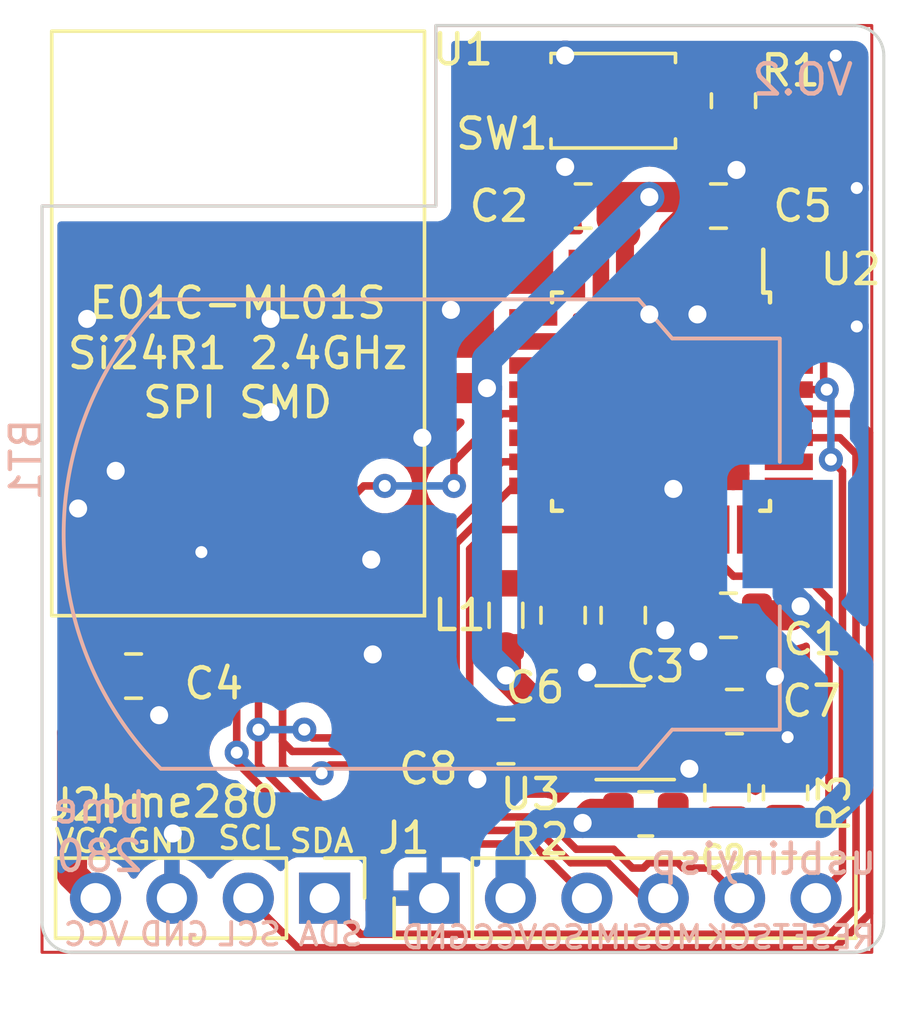
<source format=kicad_pcb>
(kicad_pcb (version 20211014) (generator pcbnew)

  (general
    (thickness 1.6)
  )

  (paper "A4")
  (layers
    (0 "F.Cu" signal)
    (31 "B.Cu" signal)
    (32 "B.Adhes" user "B.Adhesive")
    (33 "F.Adhes" user "F.Adhesive")
    (34 "B.Paste" user)
    (35 "F.Paste" user)
    (36 "B.SilkS" user "B.Silkscreen")
    (37 "F.SilkS" user "F.Silkscreen")
    (38 "B.Mask" user)
    (39 "F.Mask" user)
    (40 "Dwgs.User" user "User.Drawings")
    (41 "Cmts.User" user "User.Comments")
    (42 "Eco1.User" user "User.Eco1")
    (43 "Eco2.User" user "User.Eco2")
    (44 "Edge.Cuts" user)
    (45 "Margin" user)
    (46 "B.CrtYd" user "B.Courtyard")
    (47 "F.CrtYd" user "F.Courtyard")
    (48 "B.Fab" user)
    (49 "F.Fab" user)
  )

  (setup
    (stackup
      (layer "F.SilkS" (type "Top Silk Screen"))
      (layer "F.Paste" (type "Top Solder Paste"))
      (layer "F.Mask" (type "Top Solder Mask") (thickness 0.01))
      (layer "F.Cu" (type "copper") (thickness 0.035))
      (layer "dielectric 1" (type "core") (thickness 1.51) (material "FR4") (epsilon_r 4.5) (loss_tangent 0.02))
      (layer "B.Cu" (type "copper") (thickness 0.035))
      (layer "B.Mask" (type "Bottom Solder Mask") (thickness 0.01))
      (layer "B.Paste" (type "Bottom Solder Paste"))
      (layer "B.SilkS" (type "Bottom Silk Screen"))
      (copper_finish "None")
      (dielectric_constraints no)
    )
    (pad_to_mask_clearance 0.051)
    (solder_mask_min_width 0.25)
    (grid_origin 95.123 61.595)
    (pcbplotparams
      (layerselection 0x00010fc_ffffffff)
      (disableapertmacros false)
      (usegerberextensions false)
      (usegerberattributes false)
      (usegerberadvancedattributes false)
      (creategerberjobfile false)
      (svguseinch false)
      (svgprecision 6)
      (excludeedgelayer true)
      (plotframeref false)
      (viasonmask false)
      (mode 1)
      (useauxorigin false)
      (hpglpennumber 1)
      (hpglpenspeed 20)
      (hpglpendiameter 15.000000)
      (dxfpolygonmode true)
      (dxfimperialunits true)
      (dxfusepcbnewfont true)
      (psnegative false)
      (psa4output false)
      (plotreference true)
      (plotvalue true)
      (plotinvisibletext false)
      (sketchpadsonfab false)
      (subtractmaskfromsilk false)
      (outputformat 1)
      (mirror false)
      (drillshape 0)
      (scaleselection 1)
      (outputdirectory "./atmega328p-au--e01c-ml01s--BME280--cr2032-V0.2.gerber")
    )
  )

  (net 0 "")
  (net 1 "SDA")
  (net 2 "SCL")
  (net 3 "VCC")
  (net 4 "GND")
  (net 5 "unconnected-(U1-Pad3)")
  (net 6 "SCK")
  (net 7 "MOSI")
  (net 8 "MISO")
  (net 9 "unconnected-(U1-Pad7)")
  (net 10 "RXD")
  (net 11 "TXD")
  (net 12 "unconnected-(U2-Pad1)")
  (net 13 "unconnected-(U2-Pad2)")
  (net 14 "unconnected-(U2-Pad7)")
  (net 15 "unconnected-(U2-Pad8)")
  (net 16 "unconnected-(U2-Pad9)")
  (net 17 "unconnected-(U2-Pad10)")
  (net 18 "unconnected-(U2-Pad11)")
  (net 19 "+BATT")
  (net 20 "Net-(C3-Pad1)")
  (net 21 "unconnected-(U2-Pad19)")
  (net 22 "unconnected-(U2-Pad22)")
  (net 23 "BATTSENSOR")
  (net 24 "unconnected-(U2-Pad24)")
  (net 25 "unconnected-(U2-Pad25)")
  (net 26 "unconnected-(U2-Pad26)")
  (net 27 "unconnected-(U2-Pad32)")
  (net 28 "RESET")
  (net 29 "unconnected-(U2-Pad12)")
  (net 30 "Net-(C6-Pad1)")
  (net 31 "rfenabled")
  (net 32 "unconnected-(U2-Pad14)")

  (footprint "My footprints:E01C-ML01S" (layer "F.Cu") (at 101.617214 70.815336 180))

  (footprint "Capacitor_SMD:C_0805_2012Metric" (layer "F.Cu") (at 110.55425 85.395))

  (footprint "Capacitor_SMD:C_0805_2012Metric" (layer "F.Cu") (at 112.45425 81.195 -90))

  (footprint "Capacitor_SMD:C_0805_2012Metric" (layer "F.Cu") (at 117.90425 87.095 90))

  (footprint "Connector_PinHeader_2.54mm:PinHeader_1x04_P2.54mm_Vertical" (layer "F.Cu") (at 104.523 90.595 -90))

  (footprint "Capacitor_SMD:C_0805_2012Metric" (layer "F.Cu") (at 118.15425 84.395 180))

  (footprint "Capacitor_SMD:C_0805_2012Metric" (layer "F.Cu") (at 117.95425 81.195))

  (footprint "Package_TO_SOT_SMD:SOT-23-3" (layer "F.Cu") (at 114.35425 85.095 180))

  (footprint "Capacitor_SMD:C_0805_2012Metric" (layer "F.Cu") (at 98.167214 83.215336 180))

  (footprint "Inductor_SMD:L_0805_2012Metric" (layer "F.Cu") (at 110.55425 81.195 90))

  (footprint "Resistor_SMD:R_0805_2012Metric" (layer "F.Cu") (at 119.85425 87.095 90))

  (footprint "Button_Switch_SMD:SW_Push_SPST_NO_Alps_SKRK" (layer "F.Cu") (at 114.123 64.095 180))

  (footprint "Connector_PinHeader_2.54mm:PinHeader_1x06_P2.54mm_Vertical" (layer "F.Cu") (at 108.165733 90.595 90))

  (footprint "Capacitor_SMD:C_0805_2012Metric" (layer "F.Cu") (at 117.623 67.595))

  (footprint "Resistor_SMD:R_0805_2012Metric" (layer "F.Cu") (at 115.20425 87.795))

  (footprint "Capacitor_SMD:C_0805_2012Metric" (layer "F.Cu") (at 113.123 67.595 180))

  (footprint "Capacitor_SMD:C_0805_2012Metric" (layer "F.Cu") (at 114.45425 81.195 -90))

  (footprint "Package_QFP:TQFP-32_7x7mm_P0.8mm" (layer "F.Cu") (at 115.712733 74.095 -90))

  (footprint "Resistor_SMD:R_0805_2012Metric" (layer "F.Cu") (at 118.123 64.095 90))

  (footprint "My footprints:BAT_S8421-45R" (layer "B.Cu") (at 107.023 78.495 -90))

  (gr_poly
    (pts
      (xy 122.723 92.395)
      (xy 95.123 92.395)
      (xy 95.123 67.595)
      (xy 108.223 67.595)
      (xy 108.223 61.595)
      (xy 122.723 61.595)
    ) (layer "F.Cu") (width 0.1) (fill none) (tstamp 54e1bb78-919a-4885-9c10-ba09338e21d1))
  (gr_line (start 122.123 92.395) (end 96.123 92.395) (layer "Edge.Cuts") (width 0.1) (tstamp 02e35215-92f8-41a5-8c46-5fa6d96f69f7))
  (gr_line (start 108.223 61.595) (end 122.123 61.595) (layer "Edge.Cuts") (width 0.1) (tstamp 396f14d3-6525-48ea-8782-904f8df4c1d9))
  (gr_line (start 123.123 62.595) (end 123.123 91.395) (layer "Edge.Cuts") (width 0.1) (tstamp 3a15826f-269d-4e03-aab1-d75a0c019bc4))
  (gr_line (start 95.123 67.595) (end 108.223 67.595) (layer "Edge.Cuts") (width 0.1) (tstamp 54f21af7-df95-4e8b-bd43-c22f2106302a))
  (gr_arc (start 122.123 61.595) (mid 122.830107 61.887893) (end 123.123 62.595) (layer "Edge.Cuts") (width 0.1) (tstamp 56a4dd94-284c-4af4-b997-c1a40a99ce45))
  (gr_arc (start 96.123 92.395) (mid 95.415893 92.102107) (end 95.123 91.395) (layer "Edge.Cuts") (width 0.1) (tstamp 88c2268a-f4c3-4d1e-8e56-b35d97278ae2))
  (gr_line (start 95.123 91.395) (end 95.123 67.595) (layer "Edge.Cuts") (width 0.1) (tstamp 9d7e23e4-4721-464e-a64f-b9d490dc9470))
  (gr_arc (start 123.123 91.395) (mid 122.830107 92.102107) (end 122.123 92.395) (layer "Edge.Cuts") (width 0.1) (tstamp e700d92b-c7fe-407b-bde2-df29b9c9174f))
  (gr_line (start 108.223 67.595) (end 108.223 61.595) (layer "Edge.Cuts") (width 0.1) (tstamp fb8304a3-b585-4643-abe1-ab648fb529f1))
  (gr_text "RESET" (at 121.123 91.895) (layer "B.SilkS") (tstamp 0beca89e-39f1-4762-97a4-373ad0ee805c)
    (effects (font (size 0.75 0.75) (thickness 0.125)) (justify mirror))
  )
  (gr_text "VCC" (at 110.523 91.895) (layer "B.SilkS") (tstamp 38db9823-ba2b-4b4f-ab48-9900907526f2)
    (effects (font (size 0.75 0.75) (thickness 0.125)) (justify mirror))
  )
  (gr_text "SDA" (at 104.723 91.795) (layer "B.SilkS") (tstamp 4df81641-9685-4d51-b8ca-5138de0f10dd)
    (effects (font (size 0.75 0.75) (thickness 0.125)) (justify mirror))
  )
  (gr_text "SCL" (at 102.023 91.795) (layer "B.SilkS") (tstamp 546b7ca2-4b7a-44cb-95ce-b0a7a9cb2470)
    (effects (font (size 0.75 0.75) (thickness 0.125)) (justify mirror))
  )
  (gr_text "bme\n280" (at 97.023 88.395) (layer "B.SilkS") (tstamp 6d74ddc3-7213-4362-a534-a49cbcf7b7ba)
    (effects (font (size 1 1) (thickness 0.15)) (justify mirror))
  )
  (gr_text "GND" (at 99.523 91.795) (layer "B.SilkS") (tstamp 8c99f0c4-735f-424e-865c-a9fe0de37058)
    (effects (font (size 0.75 0.75) (thickness 0.125)) (justify mirror))
  )
  (gr_text "GND" (at 108.223 91.895) (layer "B.SilkS") (tstamp 908de34f-39a6-476e-8e1e-8c7383ac9366)
    (effects (font (size 0.75 0.75) (thickness 0.125)) (justify mirror))
  )
  (gr_text "usbtinyisp" (at 119.123 89.295) (layer "B.SilkS") (tstamp a41820b6-1fb2-4912-baa2-f16f52662594)
    (effects (font (size 1 1) (thickness 0.15)) (justify mirror))
  )
  (gr_text "MISO" (at 113.023 91.895) (layer "B.SilkS") (tstamp b6f479f6-7fa0-4113-8625-45e1439ecffa)
    (effects (font (size 0.75 0.75) (thickness 0.125)) (justify mirror))
  )
  (gr_text "VO.2" (at 120.423 63.395) (layer "B.SilkS") (tstamp caa99e26-c8b9-430b-ad84-35781ff60a2c)
    (effects (font (size 1 1) (thickness 0.15)) (justify mirror))
  )
  (gr_text "VCC" (at 96.923 91.795) (layer "B.SilkS") (tstamp f0cfddb4-ab4d-4909-8cc4-b3d40aaafc6e)
    (effects (font (size 0.75 0.75) (thickness 0.125)) (justify mirror))
  )
  (gr_text "SCK" (at 118.323 91.895) (layer "B.SilkS") (tstamp f115341d-01d2-407c-a73c-c074ccae7a81)
    (effects (font (size 0.75 0.75) (thickness 0.125)) (justify mirror))
  )
  (gr_text "MOSI" (at 115.723 91.895) (layer "B.SilkS") (tstamp f8468e2f-725c-45ba-a5ec-0189c911380d)
    (effects (font (size 0.75 0.75) (thickness 0.125)) (justify mirror))
  )
  (gr_text "GND" (at 99.123 88.695) (layer "F.SilkS") (tstamp 5f8f5fe8-eb26-4390-95b9-03d4e402d644)
    (effects (font (size 0.75 0.75) (thickness 0.125)))
  )
  (gr_text "bme280" (at 100.023 87.395) (layer "F.SilkS") (tstamp 60f07dec-9886-4b8f-955c-38b0c60c0c08)
    (effects (font (size 1 1) (thickness 0.15)))
  )
  (gr_text "VCC" (at 96.623 88.695) (layer "F.SilkS") (tstamp 83adffbe-fe1f-4964-afbe-11533224618b)
    (effects (font (size 0.75 0.75) (thickness 0.125)))
  )
  (gr_text "SCL" (at 102.023 88.595) (layer "F.SilkS") (tstamp 8dcc5a82-ef44-4a99-b963-9003654b88ab)
    (effects (font (size 0.75 0.75) (thickness 0.125)))
  )
  (gr_text "SDA" (at 104.423 88.695) (layer "F.SilkS") (tstamp ab13e273-3ee0-4cb7-b2f0-d881517dac11)
    (effects (font (size 0.75 0.75) (thickness 0.125)))
  )

  (segment (start 105.723 91.795) (end 121.327434 91.795) (width 0.25) (layer "F.Cu") (net 1) (tstamp 16297dec-742f-4808-9d5a-a3ef5137a7ba))
  (segment (start 122.198 90.924434) (end 122.198 75.82996) (width 0.25) (layer "F.Cu") (net 1) (tstamp 2932f55c-abc9-4bdd-8a7b-3e9e348f3ddb))
  (segment (start 121.327434 91.795) (end 122.198 90.924434) (width 0.25) (layer "F.Cu") (net 1) (tstamp b7880e9b-e314-4123-b20c-bee2dbe146b5))
  (segment (start 121.66304 75.295) (end 119.962733 75.295) (width 0.25) (layer "F.Cu") (net 1) (tstamp ba0ff90a-671c-4fb6-8721-ba2b4de8f1d8))
  (segment (start 104.523 90.595) (end 105.723 91.795) (width 0.25) (layer "F.Cu") (net 1) (tstamp c3b988d1-e9c3-42c1-87f9-33688d6349fb))
  (segment (start 122.198 75.82996) (end 121.66304 75.295) (width 0.25) (layer "F.Cu") (net 1) (tstamp cbde1c37-c5a4-47a1-8b3e-66d1aa2c75ac))
  (segment (start 101.983 90.595) (end 103.633 92.245) (width 0.25) (layer "F.Cu") (net 2) (tstamp 01e6e497-1bba-467f-982c-ec21ae002b0c))
  (segment (start 121.51383 92.245) (end 122.648 91.11083) (width 0.25) (layer "F.Cu") (net 2) (tstamp 05b9ae83-ee06-40f0-a21c-a67ef64bf130))
  (segment (start 103.633 92.245) (end 121.51383 92.245) (width 0.25) (layer "F.Cu") (net 2) (tstamp 49dec224-75b1-4a8b-9629-5171ae94a257))
  (segment (start 122.023 74.495) (end 119.962733 74.495) (width 0.25) (layer "F.Cu") (net 2) (tstamp 6d5a361c-20bd-4059-bd8c-89a70a58c92b))
  (segment (start 122.648 75.12) (end 122.023 74.495) (width 0.25) (layer "F.Cu") (net 2) (tstamp c243bba5-4745-4fb6-a650-5ea70580d4b5))
  (segment (start 122.648 91.11083) (end 122.648 75.12) (width 0.25) (layer "F.Cu") (net 2) (tstamp c7a3a7c7-a908-45dc-8a57-52deedb7acbd))
  (segment (start 111.50425 85.395) (end 111.473 85.36375) (width 1) (layer "F.Cu") (net 3) (tstamp 0f7341db-b666-4238-873e-c88fa75ff776))
  (segment (start 110.55425 83.195) (end 110.55425 82.2575) (width 1) (layer "F.Cu") (net 3) (tstamp 145ceacf-4759-4a68-824c-e39975d7c340))
  (segment (start 97.217214 83.215336) (end 97.217214 84.000786) (width 1) (layer "F.Cu") (net 3) (tstamp 1d0517da-6f5b-4f9d-9be4-5a51441048e8))
  (segment (start 116.673 67.945) (end 116.123 68.495) (width 1) (layer "F.Cu") (net 3) (tstamp 1e8c9ebd-7801-4db1-9835-deb96d4689d8))
  (segment (start 113.21675 85.095) (end 111.80425 85.095) (width 1) (layer "F.Cu") (net 3) (tstamp 28349992-4f50-430a-add9-ac3483cd5081))
  (segment (start 107.123 73.645) (end 109.923 73.645) (width 1) (layer "F.Cu") (net 3) (tstamp 29ecebe7-5246-4fc6-9b39-a0183e548fbc))
  (segment (start 116.112733 69.845) (end 116.112733 68.505267) (width 0.6) (layer "F.Cu") (net 3) (tstamp 2ed06fc8-95f2-4afe-a23c-0f99f8536e6d))
  (segment (start 114.512733 69.845) (end 114.512733 68.505267) (width 0.6) (layer "F.Cu") (net 3) (tstamp 32b3b133-f22c-466f-bbb4-b109de358f42))
  (segment (start 97.173 83.171122) (end 97.217214 83.215336) (width 1) (layer "F.Cu") (net 3) (tstamp 39cc137f-81b3-476e-8f16-a218823aba41))
  (segment (start 111.80425 85.095) (end 111.50425 85.395) (width 1) (layer "F.Cu") (net 3) (tstamp 48af2761-64b5-4136-9fd5-9726130ee88d))
  (segment (start 115.323 67.295) (end 114.373 67.295) (width 1) (layer "F.Cu") (net 3) (tstamp 59e38d75-df74-4d9d-91c3-6811b8ce3bdb))
  (segment (start 116.373 67.295) (end 115.323 67.295) (width 1) (layer "F.Cu") (net 3) (tstamp 5c389c24-bd0a-4cb7-af6a-8bdb0cc64afd))
  (segment (start 114.512733 68.505267) (end 114.523 68.495) (width 0.6) (layer "F.Cu") (net 3) (tstamp 890ef975-3824-43b0-9cb2-adfbb1a7e1ea))
  (segment (start 116.673 67.595) (end 116.673 67.945) (width 1) (layer "F.Cu") (net 3) (tstamp 8a7ed1a9-8855-4268-8d91-2175c51b19e1))
  (segment (start 114.373 67.295) (end 114.073 67.595) (width 1) (layer "F.Cu") (net 3) (tstamp 8b7578ca-2d79-4881-af3f-86575352d071))
  (segment (start 116.673 67.595) (end 116.373 67.295) (width 1) (layer "F.Cu") (net 3) (tstamp 947ba91f-7df1-4943-b012-66a8770e975b))
  (segment (start 97.173 80.995) (end 97.173 78.995) (width 1) (layer "F.Cu") (net 3) (tstamp a061027c-6b08-46cd-bec2-fb78a4ac1565))
  (segment (start 111.473 84.545) (end 111.473 84.11375) (width 1) (layer "F.Cu") (net 3) (tstamp a2984fa7-5d30-4331-b915-5b41520eea4d))
  (segment (start 97.173 80.995) (end 97.173 83.171122) (width 1) (layer "F.Cu") (net 3) (tstamp be253965-824a-4e61-afeb-d6249c60332c))
  (segment (start 96.123 89.815) (end 96.903 90.595) (width 1) (layer "F.Cu") (net 3) (tstamp d345bdc9-ef52-4e11-9ec8-a7853e9bafc7))
  (segment (start 99.023 77.145) (end 103.623 77.145) (width 1) (layer "F.Cu") (net 3) (tstamp d36c5ed4-e43f-4e8e-b8ea-62141a0a4327))
  (segment (start 114.073 68.045) (end 114.523 68.495) (width 1) (layer "F.Cu") (net 3) (tstamp d3f0a2ef-55f2-4f63-a2c6-a58042adf971))
  (segment (start 97.217214 84.000786) (end 96.123 85.095) (width 1) (layer "F.Cu") (net 3) (tstamp dfda33f8-49ea-45e3-a9d4-d9d45e3bb04d))
  (segment (start 116.112733 68.505267) (end 116.123 68.495) (width 0.6) (layer "F.Cu") (net 3) (tstamp e09d9463-1b18-43fa-8615-616320eccb1b))
  (segment (start 111.473 85.36375) (end 111.473 84.195) (width 1) (layer "F.Cu") (net 3) (tstamp e13b2f04-5e9f-4c24-ba0a-e4b16b3053e8))
  (segment (start 103.623 77.145) (end 107.123 73.645) (width 1) (layer "F.Cu") (net 3) (tstamp ec6b908e-1b1a-4b0b-a207-c103652ea687))
  (segment (start 97.173 78.995) (end 99.023 77.145) (width 1) (layer "F.Cu") (net 3) (tstamp f0831f6d-5f84-4468-996a-1f65b4e744bd))
  (segment (start 114.073 67.595) (end 114.073 68.045) (width 1) (layer "F.Cu") (net 3) (tstamp f4b8fffb-dbfb-43c7-9e8c-3fbe3fe0a847))
  (segment (start 96.123 85.095) (end 96.123 89.815) (width 1) (layer "F.Cu") (net 3) (tstamp f5957722-1a29-4841-adc3-6478927ff04b))
  (segment (start 111.473 84.11375) (end 110.55425 83.195) (width 1) (layer "F.Cu") (net 3) (tstamp fa4008eb-d4f7-4024-8d13-11385a8173d9))
  (via (at 109.923 73.645) (size 1) (drill 0.6) (layers "F.Cu" "B.Cu") (net 3) (tstamp 19bb1494-dc3f-4d1f-892a-4ac4fd91faa8))
  (via (at 115.323 67.295) (size 1) (drill 0.6) (layers "F.Cu" "B.Cu") (net 3) (tstamp c75ef7ef-f45b-41a3-bdd5-533cc64e8879))
  (via (at 110.55425 83.195) (size 1) (drill 0.6) (layers "F.Cu" "B.Cu") (net 3) (tstamp f675d9b0-033e-46e9-b685-18727dbf4f25))
  (segment (start 109.923 73.645) (end 109.923 72.695) (width 1) (layer "B.Cu") (net 3) (tstamp 384bb5f5-dca2-44a1-81cf-859aa0f75184))
  (segment (start 110.55425 83.195) (end 109.923 82.56375) (width 1) (layer "B.Cu") (net 3) (tstamp 3af08718-8345-419e-8faa-bba43d2e358e))
  (segment (start 109.923 72.695) (end 115.323 67.295) (width 1) (layer "B.Cu") (net 3) (tstamp b5d1241e-be99-42be-8f19-7f65e0dcc3f3))
  (segment (start 109.923 82.56375) (end 109.923 73.645) (width 1) (layer "B.Cu") (net 3) (tstamp b9a13ba6-379f-4984-8190-45d989ed1721))
  (segment (start 116.80425 86.145) (end 116.65425 86.295) (width 1) (layer "F.Cu") (net 4) (tstamp 030c81b4-e04e-46d7-a053-578d54a2d0ac))
  (segment (start 119.85425 86.1825) (end 119.85425 85.31375) (width 1) (layer "F.Cu") (net 4) (tstamp 06374bfa-ee4b-4313-9616-104227f2ec3d))
  (segment (start 117.90425 86.145) (end 116.80425 86.145) (width 1) (layer "F.Cu") (net 4) (tstamp 072142f5-d4d3-41a3-84da-45c0e0a82090))
  (segment (start 117.00425 82.345) (end 117.00425 81.195) (width 1) (layer "F.Cu") (net 4) (tstamp 0e8f6892-abe2-4cca-aabf-2978d2a4e557))
  (segment (start 119.10425 84.395) (end 119.10425 84.42625) (width 1) (layer "F.Cu") (net 4) (tstamp 18ae53f4-7bff-425c-80c0-348aad61a558))
  (segment (start 112.45425 82.145) (end 114.45425 82.145) (width 1) (layer "F.Cu") (net 4) (tstamp 19e6d567-7a39-40cf-9b8a-b1e29444b1ef))
  (segment (start 116.95425 82.395) (end 117.00425 82.345) (width 1) (layer "F.Cu") (net 4) (tstamp 1cd468a8-9c15-4f48-939c-682f3065affb))
  (segment (start 112.023 64.095) (end 112.023 63.095) (width 1) (layer "F.Cu") (net 4) (tstamp 34147a5d-7a24-4ff0-bbfb-357764bc1a91))
  (segment (start 116.65425 86.295) (end 115.74175 86.295) (width 1) (layer "F.Cu") (net 4) (tstamp 3b371567-43b8-4ffc-8b28-b89d2c6858f7))
  (segment (start 118.573 66.745) (end 118.223 66.395) (width 1) (layer "F.Cu") (net 4) (tstamp 4a353d43-0a40-4863-8948-1955367a9462))
  (segment (start 116.912733 71.184733) (end 116.923 71.195) (width 0.6) (layer "F.Cu") (net 4) (tstamp 4ccf8336-a2dc-49be-97e7-2fb7336cb8b9))
  (segment (start 115.312733 71.184733) (end 115.323 71.195) (width 0.6) (layer "F.Cu") (net 4) (tstamp 507d0ba2-de69-4cfd-9c0e-b691b22c2211))
  (segment (start 106.123 81.055) (end 106.063 80.995) (width 1) (layer "F.Cu") (net 4) (tstamp 62fed95d-c73b-43d6-8954-50f50fa6601a))
  (segment (start 106.123 82.495) (end 106.123 81.055) (width 1) (layer "F.Cu") (net 4) (tstamp 66b2fe1f-a76b-402c-a076-9a0aeecb0b36))
  (segment (start 116.112733 78.345) (end 116.112733 77.005267) (width 0.6) (layer "F.Cu") (net 4) (tstamp 68de8c17-c4ea-4bd8-a2fd-e2dac74a9809))
  (segment (start 99.117214 84.415336) (end 99.017214 84.515336) (width 1) (layer "F.Cu") (net 4) (tstamp 69eec814-7ba1-4946-b515-186af2c4bd39))
  (segment (start 112.173 67.595) (end 112.173 66.645) (width 1) (layer "F.Cu") (net 4) (tstamp 727345a1-27a9-4c42-983a-94fb06e78124))
  (segment (start 112.45425 82.295) (end 113.25425 83.095) (width 1) (layer "F.Cu") (net 4) (tstamp 76cf2814-99a4-441b-8656-8d7d4b861a10))
  (segment (start 99.117214 83.215336) (end 99.117214 84.415336) (width 1) (layer "F.Cu") (net 4) (tstamp 84228c6a-ee00-4949-b7bf-e739374a54db))
  (segment (start 113.023 82.145) (end 113.023 82.295) (width 1) (layer "F.Cu") (net 4) (tstamp 8a90b9b0-2aba-4b09-bb1e-746bf5691f1d))
  (segment (start 119.85425 85.31375) (end 119.923 85.245) (width 1) (layer "F.Cu") (net 4) (tstamp 8e90c14a-7b5a-4e2d-ad7a-7a81fea7c59e))
  (segment (start 112.173 66.645) (end 112.523 66.295) (width 1) (layer "F.Cu") (net 4) (tstamp 9244d4cc-e96f-4e93-a286-d80d6cc3397f))
  (segment (start 115.40425 82.145) (end 115.85425 81.695) (width 1) (layer "F.Cu") (net 4) (tstamp ae8ad88e-f76e-4473-9809-b420803b9c22))
  (segment (start 115.74175 86.295) (end 115.49175 86.045) (width 1) (layer "F.Cu") (net 4) (tstamp b96c98dc-caff-43b8-8524-2377ab0bea9b))
  (segment (start 119.10425 84.42625) (end 119.923 85.245) (width 1) (layer "F.Cu") (net 4) (tstamp be1c4238-3b81-4edd-93d0-4782143b7db6))
  (segment (start 118.573 67.595) (end 118.573 66.745) (width 1) (layer "F.Cu") (net 4) (tstamp caf66fc2-b3bd-4b74-ace9-387db1289ad8))
  (segment (start 112.023 63.095) (end 112.523 62.595) (width 1) (layer "F.Cu") (net 4) (tstamp ccb7f8f7-9a28-4e03-a7c4-d87f9ba0b0c2))
  (segment (start 119.503036 83.296214) (end 119.10425 83.695) (width 1) (layer "F.Cu") (net 4) (tstamp cd02e892-d093-4a91-922d-e660b405fd65))
  (segment (start 119.10425 83.695) (end 119.10425 84.395) (width 1) (layer "F.Cu") (net 4) (tstamp db1b813b-8bd0-42ad-81ac-a277369aa2de))
  (segment (start 109.60425 86.645) (end 109.60425 85.395) (width 1) (layer "F.Cu") (net 4) (tstamp e6a7521c-e5c2-466e-a1f8-71ea987aee53))
  (segment (start 116.112733 77.005267) (end 116.123 76.995) (width 0.6) (layer "F.Cu") (net 4) (tstamp ef0742ba-7784-4bf8-8b41-6b8628788c25))
  (segment (start 115.312733 69.845) (end 115.312733 71.184733) (width 0.6) (layer "F.Cu") (net 4) (tstamp f30b050d-017a-46a2-ba8e-71dfc0c277d2))
  (segment (start 114.45425 82.145) (end 115.40425 82.145) (width 1) (layer "F.Cu") (net 4) (tstamp f346a8fe-afef-4dd4-95c8-06543054852c))
  (segment (start 116.912733 69.845) (end 116.912733 71.184733) (width 0.6) (layer "F.Cu") (net 4) (tstamp f69dade6-53cf-4b72-b50a-c613d4a39c68))
  (via (at 122.223 71.595) (size 0.8) (drill 0.4) (layers "F.Cu" "B.Cu") (free) (net 4) (tstamp 0127ae8f-dbea-4b3a-93e5-c88cac1814cd))
  (via (at 97.573 76.395) (size 1) (drill 0.6) (layers "F.Cu" "B.Cu") (free) (net 4) (tstamp 0393ae54-d750-45ad-a541-2aff3bf19a49))
  (via (at 116.65425 86.295) (size 1) (drill 0.6) (layers "F.Cu" "B.Cu") (net 4) (tstamp 2cbe3a28-9978-41fd-bc7c-a9763e12eea1))
  (via (at 102.723 74.445) (size 1) (drill 0.6) (layers "F.Cu" "B.Cu") (free) (net 4) (tstamp 2d448445-ae81-41d9-838f-0d1b58dd3eac))
  (via (at 119.503036 83.225955) (size 1) (drill 0.6) (layers "F.Cu" "B.Cu") (net 4) (tstamp 378bb0d9-0e37-434b-9686-da89ca69d516))
  (via (at 116.123 76.995) (size 1) (drill 0.6) (layers "F.Cu" "B.Cu") (net 4) (tstamp 395d16b5-2c7b-4389-9183-cc09d5d66a1f))
  (via (at 99.017214 84.515336) (size 1) (drill 0.6) (layers "F.Cu" "B.Cu") (net 4) (tstamp 3b8d17b3-5085-4055-a273-4952f40b1e84))
  (via (at 99.473 88.445) (size 1) (drill 0.6) (layers "F.Cu" "B.Cu") (free) (net 4) (tstamp 479111f5-f881-48b0-b1e4-2934dac731fa))
  (via (at 122.223 66.995) (size 0.8) (drill 0.4) (layers "F.Cu" "B.Cu") (free) (net 4) (tstamp 4d158caa-8697-41e8-b419-fb12995e1165))
  (via (at 113.25425 83.095) (size 1) (drill 0.6) (layers "F.Cu" "B.Cu") (net 4) (tstamp 4dedc654-0186-4893-a0d1-3efb265551af))
  (via (at 96.623 71.345) (size 1) (drill 0.6) (layers "F.Cu" "B.Cu") (free) (net 4) (tstamp 53535edb-b191-4037-948d-326fde48c0d4))
  (via (at 108.723 71.045) (size 1) (drill 0.6) (layers "F.Cu" "B.Cu") (free) (net 4) (tstamp 5c83bab9-47d5-49aa-aa9b-c29eae805f5b))
  (via (at 118.223 66.395) (size 1) (drill 0.6) (layers "F.Cu" "B.Cu") (net 4) (tstamp 5e7770a7-a08a-4519-b3c7-2cbc3fdd987f))
  (via (at 107.773 75.295) (size 1) (drill 0.6) (layers "F.Cu" "B.Cu") (free) (net 4) (tstamp 68868e4b-fbc1-494a-bb7b-920bc507ee0b))
  (via (at 109.60425 86.645) (size 1) (drill 0.6) (layers "F.Cu" "B.Cu") (net 4) (tstamp 6af77b76-1fd9-4b59-b25b-2da8800be257))
  (via (at 116.95425 82.395) (size 1) (drill 0.6) (layers "F.Cu" "B.Cu") (net 4) (tstamp 7c0e4a24-ed59-472f-8225-96e01c45501b))
  (via (at 112.523 62.595) (size 1) (drill 0.6) (layers "F.Cu" "B.Cu") (net 4) (tstamp 7f60650b-bc99-4fea-bc61-491c458f7cd8))
  (via (at 119.923 85.245) (size 0.8) (drill 0.4) (layers "F.Cu" "B.Cu") (free) (net 4) (tstamp 801fdbc7-d04c-4f5e-91b4-796ee2ad6a18))
  (via (at 116.923 71.195) (size 1) (drill 0.6) (layers "F.Cu" "B.Cu") (net 4) (tstamp 8d6cbbae-794e-4346-8687-430b52dadd9e))
  (via (at 112.523 66.295) (size 1) (drill 0.6) (layers "F.Cu" "B.Cu") (net 4) (tstamp 9f3144fb-5d21-4075-b647-92a6599d0a52))
  (via (at 106.073 79.345) (size 1) (drill 0.6) (layers "F.Cu" "B.Cu") (free) (net 4) (tstamp acbd1b6e-4752-4674-a2c0-50f86f0b6fc3))
  (via (at 102.723 71.345) (size 1) (drill 0.6) (layers "F.Cu" "B.Cu") (free) (net 4) (tstamp bb275ee7-d0a4-4df4-b68c-81044b6f16e5))
  (via (at 115.85425 81.695) (size 1) (drill 0.6) (layers "F.Cu" "B.Cu") (net 4) (tstamp c4b5dd10-39d7-4445-aef0-787b3e333f52))
  (via (at 100.423 79.095) (size 0.8) (drill 0.4) (layers "F.Cu" "B.Cu") (free) (net 4) (tstamp d604f8d1-f290-471f-9707-f54d44d62da2))
  (via (at 115.323 71.195) (size 1) (drill 0.6) (layers "F.Cu" "B.Cu") (net 4) (tstamp e0ba822d-d4ce-47f0-b1d8-5847e79fdef8))
  (via (at 96.323 77.645) (size 1) (drill 0.6) (layers "F.Cu" "B.Cu") (free) (net 4) (tstamp e378c714-4945-40a1-b036-88dd37eb9d40))
  (via (at 106.123 82.495) (size 1) (drill 0.6) (layers "F.Cu" "B.Cu") (net 4) (tstamp e71427cf-f505-4e50-9051-eaa74254fc30))
  (via (at 121.523 62.595) (size 0.8) (drill 0.4) (layers "F.Cu" "B.Cu") (free) (net 4) (tstamp e973c36f-c23b-4c0a-8fbd-54dcb10086e1))
  (segment (start 109.995792 78.345) (end 112.912733 78.345) (width 0.25) (layer "F.Cu") (net 6) (tstamp 383b0f01-7c66-4be6-b5c5-552b4becc172))
  (segment (start 100.983 81.955) (end 100.983 80.995) (width 0.25) (layer "F.Cu") (net 6) (tstamp 4607213b-d805-4b11-99b2-382d8520ed54))
  (segment (start 104.6975 86.17) (end 106.748 86.17) (width 0.25) (layer "F.Cu") (net 6) (tstamp 47ec85cb-548a-40e3-9c98-96f7ad79720b))
  (segment (start 101.598 86.081798) (end 101.598 82.57) (width 0.25) (layer "F.Cu") (net 6) (tstamp 5b9d5c02-08f1-4eda-9730-d472679e75cb))
  (segment (start 101.598 82.57) (end 100.983 81.955) (width 0.25) (layer "F.Cu") (net 6) (tstamp 65c1971f-ce9b-4f57-9737-267b1f1181da))
  (segment (start 109.348 78.992792) (end 109.995792 78.345) (width 0.25) (layer "F.Cu") (net 6) (tstamp 7e764b9a-dd5f-424c-bad6-e7c5add8c957))
  (segment (start 111.445733 88.795) (end 104.311202 88.795) (width 0.25) (layer "F.Cu") (net 6) (tstamp 7f7486f6-53b5-43cd-bf17-80e7f84f8b52))
  (segment (start 113.245733 90.595) (end 111.445733 88.795) (width 0.25) (layer "F.Cu") (net 6) (tstamp 8f41b364-02d8-4ecb-beb4-18485a0407f2))
  (segment (start 104.423 86.4445) (end 104.6975 86.17) (width 0.25) (layer "F.Cu") (net 6) (tstamp 9195bf80-37a5-4bb7-9566-7b235d223e79))
  (segment (start 106.748 86.17) (end 109.348 83.57) (width 0.25) (layer "F.Cu") (net 6) (tstamp b2831518-3887-440f-8a5e-e9258e117147))
  (segment (start 109.348 83.57) (end 109.348 78.992792) (width 0.25) (layer "F.Cu") (net 6) (tstamp be4e2350-db68-4aa0-b45a-0198671f5865))
  (segment (start 104.311202 88.795) (end 101.598 86.081798) (width 0.25) (layer "F.Cu") (net 6) (tstamp c65b22fc-7233-4671-a424-e04fae16fb8a))
  (via (at 104.423 86.4445) (size 0.8) (drill 0.4) (layers "F.Cu" "B.Cu") (net 6) (tstamp 50f2c289-1747-477d-b8b6-f3691ac1d763))
  (via (at 101.5985 85.759544) (size 0.8) (drill 0.4) (layers "F.Cu" "B.Cu") (net 6) (tstamp e8600d7c-cb84-47b2-8b81-e6c7013073ca))
  (segment (start 104.423 86.4445) (end 102.283456 86.4445) (width 0.25) (layer "B.Cu") (net 6) (tstamp 6c07812d-2b32-4045-9074-309d322fb9e6))
  (segment (start 102.283456 86.4445) (end 101.5985 85.759544) (width 0.25) (layer "B.Cu") (net 6) (tstamp b2e04ddb-cc82-4229-bc7f-f25d68104144))
  (segment (start 108.448 83.197208) (end 108.448 78.62) (width 0.25) (layer "F.Cu") (net 7) (tstamp 242fca67-e0f8-4105-bff1-479bc91fbc02))
  (segment (start 102.323 84.995) (end 102.323 82.695) (width 0.25) (layer "F.Cu") (net 7) (tstamp 2fd49e78-b83e-483a-a573-1755491aa36b))
  (segment (start 112.707129 89.42) (end 111.632129 88.345) (width 0.25) (layer "F.Cu") (net 7) (tstamp 35dbd6b8-4312-4c15-aec9-f5f1ad302399))
  (segment (start 104.497598 88.345) (end 102.323 86.170402) (width 0.25) (layer "F.Cu") (net 7) (tstamp 46df5b70-b37b-4f83-9f25-03cc8123af60))
  (segment (start 106.375208 85.27) (end 108.448 83.197208) (width 0.25) (layer "F.Cu") (net 7) (tstamp 5049b65b-a94c-4a6d-866d-9cb73a3d6111))
  (segment (start 110.412733 76.095) (end 111.462733 76.095) (width 0.25) (layer "F.Cu") (net 7) (tstamp 5bfabadd-f0af-47da-858c-2ef2d0d5ecca))
  (segment (start 108.448 78.62) (end 110.136604 76.931396) (width 0.25) (layer "F.Cu") (net 7) (tstamp 675478ab-512d-482e-afb1-fec3419ad123))
  (segment (start 104.1225 85.27) (end 106.375208 85.27) (width 0.25) (layer "F.Cu") (net 7) (tstamp 7bdf14d6-1740-42c2-be52-b897d228274b))
  (segment (start 102.323 81.065) (end 102.253 80.995) (width 0.25) (layer "F.Cu") (net 7) (tstamp 8eae0681-7369-46dc-8d39-1fba0c8c30fb))
  (segment (start 110.136604 76.931396) (end 110.136604 76.371129) (width 0.25) (layer "F.Cu") (net 7) (tstamp 9f75b693-ed10-45bf-a541-901d2e243ca6))
  (segment (start 111.632129 88.345) (end 104.497598 88.345) (width 0.25) (layer "F.Cu") (net 7) (tstamp aaa5ae7a-bca9-4957-9330-ee3b5efffd17))
  (segment (start 113.948 89.42) (end 112.707129 89.42) (width 0.25) (layer "F.Cu") (net 7) (tstamp aff6fc17-87f9-495a-83fd-d7f62743eeae))
  (segment (start 102.323 82.695) (end 102.323 81.065) (width 0.25) (layer "F.Cu") (net 7) (tstamp c22ff106-9e08-46cd-8990-b9cf95cf41b5))
  (segment (start 110.136604 76.371129) (end 110.412733 76.095) (width 0.25) (layer "F.Cu") (net 7) (tstamp c57c17e3-dba0-42ee-afdb-9a94b2620f70))
  (segment (start 115.785733 90.595) (end 115.123 90.595) (width 0.25) (layer "F.Cu") (net 7) (tstamp cf9d5a07-b998-490e-88f6-9e261f11bbb8))
  (segment (start 103.8475 84.995) (end 104.1225 85.27) (width 0.25) (layer "F.Cu") (net 7) (tstamp d5dac6d1-36e5-4499-ab1a-53c5d67a957c))
  (segment (start 115.123 90.595) (end 113.948 89.42) (width 0.25) (layer "F.Cu") (net 7) (tstamp dd5e9278-4bc9-43ef-8c80-8d9fa39f7fde))
  (segment (start 102.323 86.170402) (end 102.323 84.995) (width 0.25) (layer "F.Cu") (net 7) (tstamp eaf535f4-ff53-4e62-b9c2-2d21c3db6017))
  (via (at 103.8475 84.995) (size 0.8) (drill 0.4) (layers "F.Cu" "B.Cu") (net 7) (tstamp 401af25b-7dcd-4943-b7ad-2abe692a1801))
  (via (at 102.323 84.995) (size 0.8) (drill 0.4) (layers "F.Cu" "B.Cu") (net 7) (tstamp 4ffea3f4-ae74-4dbb-80bc-3589903541ab))
  (segment (start 103.8475 84.995) (end 102.323 84.995) (width 0.25) (layer "B.Cu") (net 7) (tstamp d5da1636-7882-41a1-9af1-58499e43205b))
  (segment (start 114.759396 89.595) (end 114.134396 88.97) (width 0.25) (layer "F.Cu") (net 8) (tstamp 0f4b181f-9214-4bdd-9604-ce3f67673727))
  (segment (start 114.134396 88.97) (end 112.893525 88.97) (width 0.25) (layer "F.Cu") (net 8) (tstamp 1e71afbd-1fbd-4f2d-9d04-ff93fd846942))
  (segment (start 104.822195 87.895) (end 103.123 86.195805) (width 0.25) (layer "F.Cu") (net 8) (tstamp 442fe5c9-5b8e-4386-a47b-3da3ec53587e))
  (segment (start 116.447434 89.595) (end 116.272434 89.42) (width 0.25) (layer "F.Cu") (net 8) (tstamp 443c87ab-d81d-4709-a605-c7530bfc0038))
  (segment (start 103.123 86.195805) (end 103.123 84.095) (width 0.25) (layer "F.Cu") (net 8) (tstamp 489728ec-7f4a-4eb5-b40d-b12be72f68c8))
  (segment (start 118.325733 90.595) (end 117.325733 89.595) (width 0.25) (layer "F.Cu") (net 8) (tstamp 4c2096a2-d291-4701-bcb5-46c9890c87e9))
  (segment (start 117.325733 89.595) (end 116.447434 89.595) (width 0.25) (layer "F.Cu") (net 8) (tstamp 59641331-f508-48a1-93a5-be86855420e0))
  (segment (start 103.123 82.545) (end 103.523 82.145) (width 0.25) (layer "F.Cu") (net 8) (tstamp 674ab28a-7511-4f60-80db-7c88e08664c3))
  (segment (start 111.462733 76.895) (end 110.809396 76.895) (width 0.25) (layer "F.Cu") (net 8) (tstamp 69139625-3607-4656-acb0-770377fcc4ac))
  (segment (start 116.272434 89.42) (end 115.299032 89.42) (width 0.25) (layer "F.Cu") (net 8) (tstamp 7b6231e8-442a-4a94-bdcc-370003c64425))
  (segment (start 111.818525 87.895) (end 104.822195 87.895) (width 0.25) (layer "F.Cu") (net 8) (tstamp 7c1da1da-8c9f-4c5a-b924-9202bcf3d9fb))
  (segment (start 103.448 85.72) (end 103.123 85.395) (width 0.25) (layer "F.Cu") (net 8) (tstamp 859e3dc4-2ecf-4479-9c43-8a42432ceb2d))
  (segment (start 108.898 83.383604) (end 106.561604 85.72) (width 0.25) (layer "F.Cu") (net 8) (tstamp 8c7d431a-11fd-4419-ad12-bf4b2d137680))
  (segment (start 112.893525 88.97) (end 111.818525 87.895) (width 0.25) (layer "F.Cu") (net 8) (tstamp 9197e58e-69a3-4ce2-8f45-05829b8ff19e))
  (segment (start 103.123 85.395) (end 103.123 82.545) (width 0.25) (layer "F.Cu") (net 8) (tstamp 9ce23a31-dca1-4528-9377-afda5c1334c6))
  (segment (start 115.299032 89.42) (end 115.124032 89.595) (width 0.25) (layer "F.Cu") (net 8) (tstamp a5c359e0-f90f-4019-9b4b-bc3ed7322eb2))
  (segment (start 103.523 82.145) (end 103.523 80.995) (width 0.25) (layer "F.Cu") (net 8) (tstamp b176b995-ea58-4b8f-9c7b-644c275b19ed))
  (segment (start 106.561604 85.72) (end 103.448 85.72) (width 0.25) (layer "F.Cu") (net 8) (tstamp ccfebc54-ea2d-47e1-ad98-8c61a63821de))
  (segment (start 110.809396 76.895) (end 108.898 78.806396) (width 0.25) (layer "F.Cu") (net 8) (tstamp ee3743ed-89db-4ba6-a416-9978cacc4b7a))
  (segment (start 108.898 78.806396) (end 108.898 83.383604) (width 0.25) (layer "F.Cu") (net 8) (tstamp fb0177e1-89b7-465f-8a0b-a3a057ab5cf2))
  (segment (start 115.124032 89.595) (end 114.759396 89.595) (width 0.25) (layer "F.Cu") (net 8) (tstamp fb198253-3099-485a-97f6-128c0d31ca91))
  (segment (start 115.74175 84.395) (end 115.49175 84.145) (width 1) (layer "F.Cu") (net 19) (tstamp 10042a69-3737-41bf-ac41-1ec18c4495eb))
  (segment (start 118.90425 81.195) (end 118.90425 82.095) (width 1) (layer "F.Cu") (net 19) (tstamp 10aade54-7560-45c5-bb85-edd8ae941b0e))
  (segment (start 118.90425 81.195) (end 120.05425 81.195) (width 1) (layer "F.Cu") (net 19) (tstamp 228e47bc-27fb-4e1d-8e25-aac9b8dbb658))
  (segment (start 118.90425 82.095) (end 118.55425 82.445) (width 1) (layer "F.Cu") (net 19) (tstamp 54ef7175-d0c5-424f-88c7-9fc73c24e841))
  (segment (start 117.20425 84.395) (end 115.74175 84.395) (width 1) (layer "F.Cu") (net 19) (tstamp 64466870-66f2-4ff9-b866-2a38c8d22333))
  (segment (start 113.40425 87.795) (end 113.10425 88.095) (width 1) (layer "F.Cu") (net 19) (tstamp 64757a78-76ba-48bf-af23-47a7cd07158a))
  (segment (start 120.05425 81.195) (end 120.35425 80.895) (width 1) (layer "F.Cu") (net 19) (tstamp cf93425c-6241-45b1-81fb-01815e3a1fca))
  (segment (start 114.29175 87.795) (end 113.40425 87.795) (width 1) (layer "F.Cu") (net 19) (tstamp d338fe37-5310-46eb-b7c4-eeba3515feb1))
  (segment (start 118.55425 82.492056) (end 117.20425 83.842056) (width 1) (layer "F.Cu") (net 19) (tstamp dd214936-4c9a-4dc6-ac36-9f1082b78580))
  (segment (start 118.55425 82.445) (end 118.55425 82.492056) (width 1) (layer "F.Cu") (net 19) (tstamp e4cf46b8-7a4b-42f5-84c1-f2905f5856db))
  (via (at 113.10425 88.095) (size 1) (drill 0.6) (layers "F.Cu" "B.Cu") (net 19) (tstamp d26a1e0f-5fb6-4c36-bc3e-81759b1f639f))
  (via (at 120.35425 80.895) (size 1) (drill 0.6) (layers "F.Cu" "B.Cu") (net 19) (tstamp f38e9e05-6484-472e-940e-bc622ef4f3cf))
  (segment (start 122.273 86.845) (end 122.273 82.829375) (width 1) (layer "B.Cu") (net 19) (tstamp 0b651e37-4f39-4810-a1c2-3d05a2f8a94e))
  (segment (start 121.023 88.095) (end 122.273 86.845) (width 1) (layer "B.Cu") (net 19) (tstamp 2de1eb74-b7a2-4a86-806a-c1fcf73aa3b3))
  (segment (start 111.723 88.095) (end 121.023 88.095) (width 1) (layer "B.Cu") (net 19) (tstamp 3bdb5050-115d-476d-9778-e124e2d0b0e9))
  (segment (start 122.273 82.829375) (end 119.923 80.479375) (width 1) (layer "B.Cu") (net 19) (tstamp 838dcb60-3c8a-44b0-a59d-ecc7df1c2c99))
  (segment (start 110.705733 90.595) (end 110.705733 89.112267) (width 1) (layer "B.Cu") (net 19) (tstamp d4a91a8d-8acf-45ca-8f74-2ffce25c97fc))
  (segment (start 110.705733 89.112267) (end 111.723 88.095) (width 1) (layer "B.Cu") (net 19) (tstamp e44cb3e1-0e09-4326-af1e-b31761d83ecb))
  (segment (start 119.923 80.479375) (end 119.923 78.495) (width 1) (layer "B.Cu") (net 19) (tstamp e9744fb7-74f1-491e-9997-caf8cf0b2290))
  (segment (start 115.312733 78.345) (end 115.312733 79.955267) (width 0.25) (layer "F.Cu") (net 20) (tstamp 1d7498f1-0c45-4b3f-b717-7ec962d4d896))
  (segment (start 115.312733 79.955267) (end 115.023 80.245) (width 0.25) (layer "F.Cu") (net 20) (tstamp 55da1289-68fc-4082-8bc7-8e9ecaabc20b))
  (segment (start 120.520976 79.895) (end 118.123 79.895) (width 0.25) (layer "F.Cu") (net 23) (tstamp 1a67b00f-408a-4de9-82e3-312937ae56d1))
  (segment (start 120.8605 88.0075) (end 121.298 87.57) (width 0.25) (layer "F.Cu") (net 23) (tstamp 2f9718ac-1e8f-4659-9c62-a497b9606bd4))
  (segment (start 117.712733 79.484733) (end 117.712733 78.345) (width 0.25) (layer "F.Cu") (net 23) (tstamp 511b7567-de48-451f-a519-5a4d4b10396b))
  (segment (start 119.85425 88.0075) (end 120.8605 88.0075) (width 0.25) (layer "F.Cu") (net 23) (tstamp 807309af-abd6-4e2d-a5f0-724ebe01d7a3))
  (segment (start 118.123 79.895) (end 117.712733 79.484733) (width 0.25) (layer "F.Cu") (net 23) (tstamp a782af9d-227f-43e0-b282-9bef4b5a18b5))
  (segment (start 121.298 87.57) (end 121.298 80.672024) (width 0.25) (layer "F.Cu") (net 23) (tstamp c55d008c-2202-4c9f-9344-ba3812336c08))
  (segment (start 119.85425 88.0075) (end 117.94175 88.0075) (width 0.25) (layer "F.Cu") (net 23) (tstamp cf875138-c40b-4ee0-a85c-e690ad9417ee))
  (segment (start 121.298 80.672024) (end 120.520976 79.895) (width 0.25) (layer "F.Cu") (net 23) (tstamp e74d2ae4-07a9-4475-86f8-81da54413772))
  (segment (start 117.90425 88.045) (end 116.36675 88.045) (width 0.25) (layer "F.Cu") (net 23) (tstamp ef3c0f74-e2df-4d1f-bbea-11d5fe8def07))
  (segment (start 121.023 73.695) (end 119.962733 73.695) (width 0.25) (layer "F.Cu") (net 28) (tstamp 2289f25f-2306-45df-9b23-9b650ad403f5))
  (segment (start 121.748 76.405265) (end 121.748 89.712733) (width 0.25) (layer "F.Cu") (net 28) (tstamp 37d1a60c-11b9-4555-bdba-5bb482826a21))
  (segment (start 116.223 64.095) (end 117.1355 63.1825) (width 0.25) (layer "F.Cu") (net 28) (tstamp 4de452d0-dd3a-4abb-8fc2-e3a5c0a3edcb))
  (segment (start 121.123 65.295) (end 121.123 73.595) (width 0.25) (layer "F.Cu") (net 28) (tstamp 8bd13f61-a1ac-4395-8219-e70380d817bd))
  (segment (start 118.123 63.1825) (end 119.0105 63.1825) (width 0.25) (layer "F.Cu") (net 28) (tstamp 8f256429-8b84-4026-bb6e-7bb55e0f4b16))
  (segment (start 117.1355 63.1825) (end 118.123 63.1825) (width 0.25) (layer "F.Cu") (net 28) (tstamp 94cfc7cf-0be4-4a4a-9ba5-095792b424c4))
  (segment (start 121.123 73.595) (end 121.023 73.695) (width 0.25) (layer "F.Cu") (net 28) (tstamp a6b7e5ab-1a51-4174-9c29-b4322db82adc))
  (segment (start 121.362235 76.0195) (end 121.748 76.405265) (width 0.25) (layer "F.Cu") (net 28) (tstamp a87b61aa-bd5d-42c5-82d2-a80463d8250c))
  (segment (start 119.0105 63.1825) (end 121.123 65.295) (width 0.25) (layer "F.Cu") (net 28) (tstamp d99d766a-cd1c-43e9-bd88-a5f6d8938bd1))
  (segment (start 121.748 89.712733) (end 120.865733 90.595) (width 0.25) (layer "F.Cu") (net 28) (tstamp eb9ba240-7e62-4a95-a763-9c8f080df624))
  (segment (start 121.223 73.695) (end 121.023 73.695) (width 0.25) (layer "F.Cu") (net 28) (tstamp f2a4b2e2-96da-4eec-ad46-dc9e774197fd))
  (via (at 121.362235 76.0195) (size 0.8) (drill 0.4) (layers "F.Cu" "B.Cu") (net 28) (tstamp 481520bd-ab40-467a-8f52-d6b70d42cafe))
  (via (at 121.223 73.695) (size 0.8) (drill 0.4) (layers "F.Cu" "B.Cu") (net 28) (tstamp e939b24d-4c70-41bf-834d-bff7c9401ab2))
  (segment (start 121.223 73.695) (end 121.362235 73.834235) (width 0.25) (layer "B.Cu") (net 28) (tstamp 0f3684f0-ed63-4ae0-a739-f102b78bc505))
  (segment (start 121.362235 73.834235) (end 121.362235 76.0195) (width 0.25) (layer "B.Cu") (net 28) (tstamp dc5d7c7d-766f-4721-a195-2b716fda9789))
  (segment (start 113.712733 78.345) (end 113.712733 79.555267) (width 0.25) (layer "F.Cu") (net 30) (tstamp 36cda01b-7ee7-44f9-8d5e-d31e3afdce13))
  (segment (start 110.55425 80.1325) (end 112.34175 80.1325) (width 0.25) (layer "F.Cu") (net 30) (tstamp 52d9d891-f893-4694-80c9-3b844d0dfe65))
  (segment (start 112.9105 80.1325) (end 113.023 80.245) (width 0.25) (layer "F.Cu") (net 30) (tstamp ba708016-ec5b-4675-ada7-97604a1e1a57))
  (segment (start 113.712733 79.555267) (end 113.023 80.245) (width 0.25) (layer "F.Cu") (net 30) (tstamp fadd731b-a3f7-4180-8e51-6af7c45ee653))
  (segment (start 99.348 78.37) (end 98.443 79.275) (width 0.25) (layer "F.Cu") (net 31) (tstamp 05bbe6d2-88cb-417c-aaa5-f9049d07ecd5))
  (segment (start 104.348 78.37) (end 99.348 78.37) (width 0.25) (layer "F.Cu") (net 31) (tstamp 4efc2305-e48e-4b5b-85bf-884fe219560c))
  (segment (start 111.462733 74.495) (end 110.412733 74.495) (width 0.25) (layer "F.Cu") (net 31) (tstamp 60d36ff5-4a32-4852-8fb5-1f7032484d8c))
  (segment (start 105.823 76.895) (end 104.348 78.37) (width 0.25) (layer "F.Cu") (net 31) (tstamp aad9829e-ff77-418e-a41c-e74009e5bf6b))
  (segment (start 108.8235 76.084233) (end 108.8235 76.895) (width 0.25) (layer "F.Cu") (net 31) (tstamp ad998de4-8511-4280-a359-ae9519a3909b))
  (segment (start 110.412733 74.495) (end 108.8235 76.084233) (width 0.25) (layer "F.Cu") (net 31) (tstamp be0a2036-2e81-4ef7-919f-c769ac71d0fc))
  (segment (start 98.443 79.275) (end 98.443 80.995) (width 0.25) (layer "F.Cu") (net 31) (tstamp d078bf13-8539-4c34-a030-b0a1267f8f1b))
  (segment (start 106.5235 76.895) (end 105.823 76.895) (width 0.25) (layer "F.Cu") (net 31) (tstamp e10678b8-ef41-43fa-b150-817438b2aa4c))
  (via (at 108.8235 76.895) (size 0.8) (drill 0.4) (layers "F.Cu" "B.Cu") (net 31) (tstamp 5c9ff2b0-7f4d-4015-86af-02b39cb89064))
  (via (at 106.5235 76.895) (size 0.8) (drill 0.4) (layers "F.Cu" "B.Cu") (net 31) (tstamp d1d4a9f8-fade-48f9-96c1-be5d5b5f208b))
  (segment (start 108.8235 76.895) (end 106.5235 76.895) (width 0.25) (layer "B.Cu") (net 31) (tstamp 549634e6-102c-4f38-8fa3-cbf23829ee5c))

  (zone (net 4) (net_name "GND") (layer "F.Cu") (tstamp 67ffe7ae-5bfb-4730-8a7c-8e7e8528acc4) (hatch edge 0.508)
    (connect_pads thru_hole_only (clearance 0.508))
    (min_thickness 0.254) (filled_areas_thickness no)
    (fill yes (thermal_gap 0.508) (thermal_bridge_width 0.508))
    (polygon
      (pts
        (xy 123.123 92.395)
        (xy 95.123 92.395)
        (xy 95.123 67.595)
        (xy 108.223 67.595)
        (xy 108.223 61.595)
        (xy 123.123 61.595)
      )
    )
    (filled_polygon
      (layer "F.Cu")
      (pts
        (xy 106.778139 89.448502)
        (xy 106.824632 89.502158)
        (xy 106.834736 89.572432)
        (xy 106.828 89.598728)
        (xy 106.817256 89.627388)
        (xy 106.813628 89.642649)
        (xy 106.808102 89.693514)
        (xy 106.807733 89.700328)
        (xy 106.807733 90.322885)
        (xy 106.812208 90.338124)
        (xy 106.813598 90.339329)
        (xy 106.821281 90.341)
        (xy 108.293733 90.341)
        (xy 108.361854 90.361002)
        (xy 108.408347 90.414658)
        (xy 108.419733 90.467)
        (xy 108.419733 90.723)
        (xy 108.399731 90.791121)
        (xy 108.346075 90.837614)
        (xy 108.293733 90.849)
        (xy 106.825849 90.849)
        (xy 106.81061 90.853475)
        (xy 106.809405 90.854865)
        (xy 106.807734 90.862548)
        (xy 106.807734 91.0355)
        (xy 106.787732 91.103621)
        (xy 106.734076 91.150114)
        (xy 106.681734 91.1615)
        (xy 106.037595 91.1615)
        (xy 105.969474 91.141498)
        (xy 105.9485 91.124595)
        (xy 105.918405 91.0945)
        (xy 105.884379 91.032188)
        (xy 105.8815 91.005405)
        (xy 105.8815 89.696866)
        (xy 105.874745 89.634684)
        (xy 105.861266 89.598728)
        (xy 105.856083 89.527924)
        (xy 105.890003 89.465554)
        (xy 105.952258 89.431425)
        (xy 105.979248 89.4285)
        (xy 106.710018 89.4285)
      )
    )
    (filled_polygon
      (layer "F.Cu")
      (pts
        (xy 100.392224 82.485326)
        (xy 100.422684 82.496745)
        (xy 100.484866 82.5035)
        (xy 100.583406 82.5035)
        (xy 100.651527 82.523502)
        (xy 100.672501 82.540405)
        (xy 100.927595 82.795499)
        (xy 100.961621 82.857811)
        (xy 100.9645 82.884594)
        (xy 100.9645 85.057575)
        (xy 100.944498 85.125696)
        (xy 100.932136 85.141885)
        (xy 100.85946 85.2226)
        (xy 100.825406 85.281584)
        (xy 100.787631 85.347012)
        (xy 100.763973 85.387988)
        (xy 100.704958 85.569616)
        (xy 100.704268 85.576177)
        (xy 100.704268 85.576179)
        (xy 100.698769 85.6285)
        (xy 100.684996 85.759544)
        (xy 100.685686 85.766109)
        (xy 100.699894 85.901287)
        (xy 100.704958 85.949472)
        (xy 100.763973 86.1311)
        (xy 100.85946 86.296488)
        (xy 100.863878 86.301395)
        (xy 100.863879 86.301396)
        (xy 100.901612 86.343303)
        (xy 100.987247 86.43841)
        (xy 101.141748 86.550662)
        (xy 101.147781 86.553348)
        (xy 101.147786 86.553351)
        (xy 101.173073 86.56461)
        (xy 101.210919 86.590621)
        (xy 103.648114 89.027817)
        (xy 103.68214 89.090129)
        (xy 103.677075 89.160945)
        (xy 103.634528 89.21778)
        (xy 103.57809 89.240021)
        (xy 103.578222 89.240575)
        (xy 103.574347 89.241496)
        (xy 103.572625 89.242175)
        (xy 103.570541 89.242401)
        (xy 103.570537 89.242402)
        (xy 103.562684 89.243255)
        (xy 103.426295 89.294385)
        (xy 103.309739 89.381739)
        (xy 103.222385 89.498295)
        (xy 103.219233 89.506703)
        (xy 103.177919 89.616907)
        (xy 103.135277 89.673671)
        (xy 103.068716 89.698371)
        (xy 102.999367 89.683163)
        (xy 102.966743 89.657476)
        (xy 102.916151 89.601875)
        (xy 102.916142 89.601866)
        (xy 102.91267 89.598051)
        (xy 102.908619 89.594852)
        (xy 102.908615 89.594848)
        (xy 102.741414 89.4628)
        (xy 102.74141 89.462798)
        (xy 102.737359 89.459598)
        (xy 102.701028 89.439542)
        (xy 102.681025 89.4285)
        (xy 102.541789 89.351638)
        (xy 102.53692 89.349914)
        (xy 102.536916 89.349912)
        (xy 102.336087 89.278795)
        (xy 102.336083 89.278794)
        (xy 102.331212 89.277069)
        (xy 102.326119 89.276162)
        (xy 102.326116 89.276161)
        (xy 102.116373 89.2388)
        (xy 102.116367 89.238799)
        (xy 102.111284 89.237894)
        (xy 102.037452 89.236992)
        (xy 101.893081 89.235228)
        (xy 101.893079 89.235228)
        (xy 101.887911 89.235165)
        (xy 101.667091 89.268955)
        (xy 101.454756 89.338357)
        (xy 101.256607 89.441507)
        (xy 101.252474 89.44461)
        (xy 101.252471 89.444612)
        (xy 101.14151 89.527924)
        (xy 101.077965 89.575635)
        (xy 101.052541 89.60224)
        (xy 100.98428 89.673671)
        (xy 100.923629 89.737138)
        (xy 100.816204 89.894618)
        (xy 100.815898 89.895066)
        (xy 100.760987 89.940069)
        (xy 100.690462 89.94824)
        (xy 100.626715 89.916986)
        (xy 100.606018 89.892502)
        (xy 100.525426 89.767926)
        (xy 100.519136 89.759757)
        (xy 100.375806 89.60224)
        (xy 100.368273 89.595215)
        (xy 100.201139 89.463222)
        (xy 100.192552 89.457517)
        (xy 100.006117 89.354599)
        (xy 99.996705 89.350369)
        (xy 99.795959 89.27928)
        (xy 99.785988 89.276646)
        (xy 99.714837 89.263972)
        (xy 99.70154 89.265432)
        (xy 99.697 89.279989)
        (xy 99.697 90.723)
        (xy 99.676998 90.791121)
        (xy 99.623342 90.837614)
        (xy 99.571 90.849)
        (xy 99.315 90.849)
        (xy 99.246879 90.828998)
        (xy 99.200386 90.775342)
        (xy 99.189 90.723)
        (xy 99.189 89.278102)
        (xy 99.185082 89.264758)
        (xy 99.170806 89.262771)
        (xy 99.132324 89.26866)
        (xy 99.122288 89.271051)
        (xy 98.919868 89.337212)
        (xy 98.910359 89.341209)
        (xy 98.721463 89.439542)
        (xy 98.712738 89.445036)
        (xy 98.542433 89.572905)
        (xy 98.534726 89.579748)
        (xy 98.38759 89.733717)
        (xy 98.381109 89.741722)
        (xy 98.276498 89.895074)
        (xy 98.221587 89.940076)
        (xy 98.151062 89.948247)
        (xy 98.087315 89.916993)
        (xy 98.066618 89.892509)
        (xy 97.985822 89.767617)
        (xy 97.98582 89.767614)
        (xy 97.983014 89.763277)
        (xy 97.83267 89.598051)
        (xy 97.828619 89.594852)
        (xy 97.828615 89.594848)
        (xy 97.661414 89.4628)
        (xy 97.66141 89.462798)
        (xy 97.657359 89.459598)
        (xy 97.621028 89.439542)
        (xy 97.601025 89.4285)
        (xy 97.461789 89.351638)
        (xy 97.45692 89.349914)
        (xy 97.456916 89.349912)
        (xy 97.256087 89.278795)
        (xy 97.256083 89.278794)
        (xy 97.251212 89.277069)
        (xy 97.235403 89.274253)
        (xy 97.171845 89.242614)
        (xy 97.135483 89.181636)
        (xy 97.1315 89.150206)
        (xy 97.1315 85.564926)
        (xy 97.151502 85.496805)
        (xy 97.168404 85.475831)
        (xy 97.886597 84.757637)
        (xy 97.896741 84.748535)
        (xy 97.921432 84.728683)
        (xy 97.926239 84.724818)
        (xy 97.958534 84.68633)
        (xy 97.961692 84.682711)
        (xy 97.963338 84.680896)
        (xy 97.965523 84.678711)
        (xy 97.967478 84.676331)
        (xy 97.967487 84.676321)
        (xy 97.992763 84.64555)
        (xy 97.993605 84.644535)
        (xy 98.049408 84.578031)
        (xy 98.053368 84.573312)
        (xy 98.055937 84.568638)
        (xy 98.059316 84.564525)
        (xy 98.062493 84.558601)
        (xy 98.103169 84.482739)
        (xy 98.103798 84.481579)
        (xy 98.113587 84.463774)
        (xy 98.13018 84.433591)
        (xy 98.145678 84.4054)
        (xy 98.145679 84.405398)
        (xy 98.148647 84.399999)
        (xy 98.150259 84.394917)
        (xy 98.152776 84.390223)
        (xy 98.179976 84.301255)
        (xy 98.180322 84.300144)
        (xy 98.183719 84.289438)
        (xy 98.208449 84.21148)
        (xy 98.209043 84.206184)
        (xy 98.210601 84.201088)
        (xy 98.220004 84.108529)
        (xy 98.220125 84.107393)
        (xy 98.224609 84.067409)
        (xy 98.225322 84.061056)
        (xy 98.225322 84.061052)
        (xy 98.225714 84.057559)
        (xy 98.225714 84.054032)
        (xy 98.225769 84.053047)
        (xy 98.226216 84.047367)
        (xy 98.230588 84.004324)
        (xy 98.226273 83.958677)
        (xy 98.225714 83.946819)
        (xy 98.225714 83.277179)
        (xy 98.226451 83.263572)
        (xy 98.229873 83.232074)
        (xy 98.229873 83.232069)
        (xy 98.230538 83.225948)
        (xy 98.226193 83.176283)
        (xy 98.225714 83.165302)
        (xy 98.225714 82.689936)
        (xy 98.225378 82.686693)
        (xy 98.225377 82.686683)
        (xy 98.220793 82.642503)
        (xy 98.233658 82.572681)
        (xy 98.28223 82.5209)
        (xy 98.34612 82.5035)
        (xy 98.941134 82.5035)
        (xy 99.003316 82.496745)
        (xy 99.033771 82.485328)
        (xy 99.104577 82.480145)
        (xy 99.122224 82.485326)
        (xy 99.152684 82.496745)
        (xy 99.214866 82.5035)
        (xy 100.211134 82.5035)
        (xy 100.273316 82.496745)
        (xy 100.303771 82.485328)
        (xy 100.374577 82.480145)
      )
    )
    (filled_polygon
      (layer "F.Cu")
      (pts
        (xy 120.615126 82.122448)
        (xy 120.657038 82.179754)
        (xy 120.6645 82.22247)
        (xy 120.6645 86.890785)
        (xy 120.644498 86.958906)
        (xy 120.590842 87.005399)
        (xy 120.520568 87.015503)
        (xy 120.498833 87.010378)
        (xy 120.465639 86.999368)
        (xy 120.465637 86.999368)
        (xy 120.459111 86.997203)
        (xy 120.452275 86.996503)
        (xy 120.452272 86.996502)
        (xy 120.409219 86.992091)
        (xy 120.35465 86.9865)
        (xy 119.35385 86.9865)
        (xy 119.350604 86.986837)
        (xy 119.3506 86.986837)
        (xy 119.254942 86.996762)
        (xy 119.254938 86.996763)
        (xy 119.248084 86.997474)
        (xy 119.241548 86.999655)
        (xy 119.241546 86.999655)
        (xy 119.177406 87.021054)
        (xy 119.080304 87.05345)
        (xy 118.929902 87.146522)
        (xy 118.928891 87.147534)
        (xy 118.865325 87.173261)
        (xy 118.795561 87.160089)
        (xy 118.786758 87.155138)
        (xy 118.708218 87.106725)
        (xy 118.708216 87.106724)
        (xy 118.701988 87.102885)
        (xy 118.564571 87.057306)
        (xy 118.540639 87.049368)
        (xy 118.540637 87.049368)
        (xy 118.534111 87.047203)
        (xy 118.527275 87.046503)
        (xy 118.527272 87.046502)
        (xy 118.480773 87.041738)
        (xy 118.42965 87.0365)
        (xy 117.37885 87.0365)
        (xy 117.375604 87.036837)
        (xy 117.3756 87.036837)
        (xy 117.279942 87.046762)
        (xy 117.279938 87.046763)
        (xy 117.273084 87.047474)
        (xy 117.266542 87.049657)
        (xy 117.26654 87.049657)
        (xy 117.213531 87.067342)
        (xy 117.142581 87.069927)
        (xy 117.081497 87.033744)
        (xy 117.06651 87.014122)
        (xy 117.064291 87.010535)
        (xy 116.977728 86.870652)
        (xy 116.852553 86.745695)
        (xy 116.831097 86.732469)
        (xy 116.708218 86.656725)
        (xy 116.708216 86.656724)
        (xy 116.701988 86.652885)
        (xy 116.59753 86.618238)
        (xy 116.540639 86.599368)
        (xy 116.540637 86.599368)
        (xy 116.534111 86.597203)
        (xy 116.527275 86.596503)
        (xy 116.527272 86.596502)
        (xy 116.484219 86.592091)
        (xy 116.42965 86.5865)
        (xy 115.80385 86.5865)
        (xy 115.800604 86.586837)
        (xy 115.8006 86.586837)
        (xy 115.704942 86.596762)
        (xy 115.704938 86.596763)
        (xy 115.698084 86.597474)
        (xy 115.691548 86.599655)
        (xy 115.691546 86.599655)
        (xy 115.606098 86.628163)
        (xy 115.530304 86.65345)
        (xy 115.379902 86.746522)
        (xy 115.374729 86.751704)
        (xy 115.371964 86.754474)
        (xy 115.298814 86.827752)
        (xy 115.293466 86.833109)
        (xy 115.231184 86.867188)
        (xy 115.160364 86.862185)
        (xy 115.115275 86.833264)
        (xy 115.032733 86.750866)
        (xy 115.027553 86.745695)
        (xy 115.006097 86.732469)
        (xy 114.883218 86.656725)
        (xy 114.883216 86.656724)
        (xy 114.876988 86.652885)
        (xy 114.77253 86.618238)
        (xy 114.715639 86.599368)
        (xy 114.715637 86.599368)
        (xy 114.709111 86.597203)
        (xy 114.702275 86.596503)
        (xy 114.702272 86.596502)
        (xy 114.659219 86.592091)
        (xy 114.60465 86.5865)
        (xy 113.97885 86.5865)
        (xy 113.975604 86.586837)
        (xy 113.9756 86.586837)
        (xy 113.879942 86.596762)
        (xy 113.879938 86.596763)
        (xy 113.873084 86.597474)
        (xy 113.866548 86.599655)
        (xy 113.866546 86.599655)
        (xy 113.781098 86.628163)
        (xy 113.705304 86.65345)
        (xy 113.624321 86.703564)
        (xy 113.57028 86.737006)
        (xy 113.554902 86.746522)
        (xy 113.549729 86.751704)
        (xy 113.543995 86.756249)
        (xy 113.542588 86.754474)
        (xy 113.489943 86.783271)
        (xy 113.449461 86.785434)
        (xy 113.42099 86.782341)
        (xy 113.420983 86.782341)
        (xy 113.414862 86.781676)
        (xy 113.388612 86.783973)
        (xy 113.364862 86.78605)
        (xy 113.360036 86.786379)
        (xy 113.357564 86.7865)
        (xy 113.354481 86.7865)
        (xy 113.342512 86.787674)
        (xy 113.311744 86.79069)
        (xy 113.310431 86.790812)
        (xy 113.266166 86.794685)
        (xy 113.217837 86.798913)
        (xy 113.212718 86.8004)
        (xy 113.207417 86.80092)
        (xy 113.118416 86.827791)
        (xy 113.117283 86.828126)
        (xy 113.033836 86.85237)
        (xy 113.033832 86.852372)
        (xy 113.027914 86.854091)
        (xy 113.023182 86.856544)
        (xy 113.018081 86.858084)
        (xy 113.012638 86.860978)
        (xy 112.93599 86.901731)
        (xy 112.934824 86.902343)
        (xy 112.857797 86.942271)
        (xy 112.852324 86.945108)
        (xy 112.848161 86.948431)
        (xy 112.843454 86.950934)
        (xy 112.771332 87.009755)
        (xy 112.770561 87.010378)
        (xy 112.731277 87.041738)
        (xy 112.728773 87.044242)
        (xy 112.728055 87.044884)
        (xy 112.723722 87.048585)
        (xy 112.690188 87.075935)
        (xy 112.68626 87.080683)
        (xy 112.686259 87.080684)
        (xy 112.660966 87.111258)
        (xy 112.652978 87.120037)
        (xy 112.434866 87.33815)
        (xy 112.424723 87.347252)
        (xy 112.395225 87.370968)
        (xy 112.388625 87.378833)
        (xy 112.329517 87.418158)
        (xy 112.258529 87.419284)
        (xy 112.205851 87.389688)
        (xy 112.193846 87.378414)
        (xy 112.1869 87.374595)
        (xy 112.186897 87.374593)
        (xy 112.176091 87.368652)
        (xy 112.159572 87.357801)
        (xy 112.159108 87.357441)
        (xy 112.143566 87.345386)
        (xy 112.136297 87.342241)
        (xy 112.136293 87.342238)
        (xy 112.102988 87.327826)
        (xy 112.092338 87.322609)
        (xy 112.053585 87.301305)
        (xy 112.033962 87.296267)
        (xy 112.015259 87.289863)
        (xy 112.003945 87.284967)
        (xy 112.003944 87.284967)
        (xy 111.99667 87.281819)
        (xy 111.988847 87.28058)
        (xy 111.988837 87.280577)
        (xy 111.953001 87.274901)
        (xy 111.941381 87.272495)
        (xy 111.906236 87.263472)
        (xy 111.906235 87.263472)
        (xy 111.898555 87.2615)
        (xy 111.878301 87.2615)
        (xy 111.85859 87.259949)
        (xy 111.846411 87.25802)
        (xy 111.838582 87.25678)
        (xy 111.83069 87.257526)
        (xy 111.794564 87.260941)
        (xy 111.782706 87.2615)
        (xy 105.192876 87.2615)
        (xy 105.124755 87.241498)
        (xy 105.078262 87.187842)
        (xy 105.068158 87.117568)
        (xy 105.099238 87.051192)
        (xy 105.16204 86.981444)
        (xy 105.228403 86.8665)
        (xy 105.279785 86.817507)
        (xy 105.337522 86.8035)
        (xy 106.669233 86.8035)
        (xy 106.680416 86.804027)
        (xy 106.687909 86.805702)
        (xy 106.695835 86.805453)
        (xy 106.695836 86.805453)
        (xy 106.755986 86.803562)
        (xy 106.759945 86.8035)
        (xy 106.787856 86.8035)
        (xy 106.791791 86.803003)
        (xy 106.791856 86.802995)
        (xy 106.803693 86.802062)
        (xy 106.835951 86.801048)
        (xy 106.83997 86.800922)
        (xy 106.847889 86.800673)
        (xy 106.867343 86.795021)
        (xy 106.8867 86.791013)
        (xy 106.89893 86.789468)
        (xy 106.898931 86.789468)
        (xy 106.906797 86.788474)
        (xy 106.914168 86.785555)
        (xy 106.91417 86.785555)
        (xy 106.947912 86.772196)
        (xy 106.959142 86.768351)
        (xy 106.993983 86.758229)
        (xy 106.993984 86.758229)
        (xy 107.001593 86.756018)
        (xy 107.008412 86.751985)
        (xy 107.008417 86.751983)
        (xy 107.019028 86.745707)
        (xy 107.036776 86.737012)
        (xy 107.055617 86.729552)
        (xy 107.091387 86.703564)
        (xy 107.101307 86.697048)
        (xy 107.132535 86.67858)
        (xy 107.132538 86.678578)
        (xy 107.139362 86.674542)
        (xy 107.153683 86.660221)
        (xy 107.168717 86.64738)
        (xy 107.178694 86.640131)
        (xy 107.185107 86.635472)
        (xy 107.213298 86.601395)
        (xy 107.221288 86.592616)
        (xy 109.740247 84.073657)
        (xy 109.748537 84.066113)
        (xy 109.755018 84.062)
        (xy 109.782239 84.033013)
        (xy 109.84345 83.997047)
        (xy 109.91439 83.999884)
        (xy 109.963184 84.030169)
        (xy 110.427595 84.494579)
        (xy 110.46162 84.556892)
        (xy 110.4645 84.583675)
        (xy 110.4645 85.301907)
        (xy 110.463763 85.315514)
        (xy 110.461933 85.332363)
        (xy 110.459676 85.353138)
        (xy 110.460213 85.359273)
        (xy 110.46405 85.403138)
        (xy 110.464379 85.407964)
        (xy 110.4645 85.410436)
        (xy 110.4645 85.413519)
        (xy 110.464801 85.416587)
        (xy 110.46869 85.456256)
        (xy 110.468812 85.457569)
        (xy 110.469839 85.469305)
        (xy 110.476913 85.550163)
        (xy 110.4784 85.555282)
        (xy 110.47892 85.560583)
        (xy 110.480703 85.566488)
        (xy 110.480703 85.566489)
        (xy 110.490372 85.598514)
        (xy 110.49575 85.634932)
        (xy 110.49575 85.9204)
        (xy 110.496087 85.923646)
        (xy 110.496087 85.92365)
        (xy 110.497987 85.941956)
        (xy 110.506724 86.026166)
        (xy 110.508905 86.032702)
        (xy 110.508905 86.032704)
        (xy 110.527119 86.087298)
        (xy 110.5627 86.193946)
        (xy 110.655772 86.344348)
        (xy 110.780947 86.469305)
        (xy 110.787177 86.473145)
        (xy 110.787178 86.473146)
        (xy 110.92434 86.557694)
        (xy 110.931512 86.562115)
        (xy 110.967664 86.574106)
        (xy 111.092861 86.615632)
        (xy 111.092863 86.615632)
        (xy 111.099389 86.617797)
        (xy 111.106225 86.618497)
        (xy 111.106228 86.618498)
        (xy 111.149281 86.622909)
        (xy 111.20385 86.6285)
        (xy 111.80465 86.6285)
        (xy 111.807896 86.628163)
        (xy 111.8079 86.628163)
        (xy 111.903558 86.618238)
        (xy 111.903562 86.618237)
        (xy 111.910416 86.617526)
        (xy 111.916952 86.615345)
        (xy 111.916954 86.615345)
        (xy 112.069024 86.56461)
        (xy 112.078196 86.56155)
        (xy 112.228598 86.468478)
        (xy 112.353555 86.343303)
        (xy 112.446365 86.192738)
        (xy 112.448669 86.185791)
        (xy 112.451763 86.179156)
        (xy 112.453999 86.180199)
        (xy 112.487773 86.131462)
        (xy 112.553341 86.104234)
        (xy 112.566922 86.1035)
        (xy 113.266519 86.1035)
        (xy 113.269575 86.1032)
        (xy 113.269582 86.1032)
        (xy 113.32809 86.097463)
        (xy 113.413583 86.08908)
        (xy 113.419484 86.087298)
        (xy 113.419486 86.087298)
        (xy 113.492803 86.065162)
        (xy 113.602919 86.031916)
        (xy 113.777546 85.939066)
        (xy 113.800285 85.920521)
        (xy 113.844765 85.897168)
        (xy 113.992851 85.854145)
        (xy 114.021661 85.837107)
        (xy 114.12923 85.773491)
        (xy 114.129233 85.773489)
        (xy 114.136057 85.769453)
        (xy 114.253703 85.651807)
        (xy 114.257739 85.644983)
        (xy 114.257741 85.64498)
        (xy 114.334358 85.515427)
        (xy 114.338395 85.508601)
        (xy 114.347916 85.475831)
        (xy 114.355778 85.448769)
        (xy 114.384812 85.348831)
        (xy 114.385738 85.337072)
        (xy 114.387557 85.313958)
        (xy 114.387557 85.31395)
        (xy 114.38775 85.311502)
        (xy 114.38775 84.931127)
        (xy 114.407752 84.863006)
        (xy 114.461408 84.816513)
        (xy 114.531682 84.806409)
        (xy 114.577886 84.822672)
        (xy 114.715649 84.904145)
        (xy 114.838234 84.939759)
        (xy 114.892176 84.97166)
        (xy 114.984896 85.06438)
        (xy 114.993997 85.074522)
        (xy 115.017718 85.104025)
        (xy 115.056206 85.13632)
        (xy 115.059825 85.139478)
        (xy 115.06164 85.141124)
        (xy 115.063825 85.143309)
        (xy 115.066205 85.145264)
        (xy 115.066215 85.145273)
        (xy 115.096986 85.170549)
        (xy 115.098001 85.171391)
        (xy 115.123442 85.192738)
        (xy 115.169224 85.231154)
        (xy 115.173898 85.233723)
        (xy 115.178011 85.237102)
        (xy 115.183448 85.240017)
        (xy 115.183449 85.240018)
        (xy 115.259797 85.280955)
        (xy 115.260927 85.281568)
        (xy 115.342537 85.326433)
        (xy 115.347619 85.328045)
        (xy 115.352313 85.330562)
        (xy 115.441281 85.357762)
        (xy 115.442309 85.358082)
        (xy 115.531056 85.386235)
        (xy 115.536352 85.386829)
        (xy 115.541448 85.388387)
        (xy 115.634007 85.39779)
        (xy 115.635143 85.397911)
        (xy 115.668758 85.401681)
        (xy 115.68148 85.403108)
        (xy 115.681484 85.403108)
        (xy 115.684977 85.4035)
        (xy 115.688504 85.4035)
        (xy 115.689489 85.403555)
        (xy 115.695169 85.404002)
        (xy 115.724575 85.406989)
        (xy 115.732087 85.407752)
        (xy 115.732089 85.407752)
        (xy 115.738212 85.408374)
        (xy 115.783858 85.404059)
        (xy 115.795717 85.4035)
        (xy 116.3629 85.4035)
        (xy 116.431021 85.423502)
        (xy 116.451917 85.440326)
        (xy 116.480947 85.469305)
        (xy 116.487177 85.473145)
        (xy 116.487178 85.473146)
        (xy 116.62434 85.557694)
        (xy 116.631512 85.562115)
        (xy 116.654127 85.569616)
        (xy 116.792861 85.615632)
        (xy 116.792863 85.615632)
        (xy 116.799389 85.617797)
        (xy 116.806225 85.618497)
        (xy 116.806228 85.618498)
        (xy 116.849281 85.622909)
        (xy 116.90385 85.6285)
        (xy 117.50465 85.6285)
        (xy 117.507896 85.628163)
        (xy 117.5079 85.628163)
        (xy 117.603558 85.618238)
        (xy 117.603562 85.618237)
        (xy 117.610416 85.617526)
        (xy 117.616952 85.615345)
        (xy 117.616954 85.615345)
        (xy 117.768077 85.564926)
        (xy 117.778196 85.56155)
        (xy 117.928598 85.468478)
        (xy 118.053555 85.343303)
        (xy 118.061409 85.330562)
        (xy 118.142525 85.198968)
        (xy 118.142526 85.198966)
        (xy 118.146365 85.192738)
        (xy 118.172814 85.112995)
        (xy 118.199882 85.031389)
        (xy 118.199882 85.031387)
        (xy 118.202047 85.024861)
        (xy 118.21275 84.9204)
        (xy 118.21275 84.454873)
        (xy 118.21344 84.441703)
        (xy 118.216961 84.408204)
        (xy 118.216961 84.408202)
        (xy 118.217605 84.402075)
        (xy 118.213269 84.35443)
        (xy 118.21275 84.34301)
        (xy 118.21275 84.311981)
        (xy 118.232752 84.24386)
        (xy 118.24965 84.222891)
        (xy 119.223638 83.248902)
        (xy 119.233772 83.239809)
        (xy 119.258468 83.219953)
        (xy 119.263275 83.216088)
        (xy 119.29557 83.1776)
        (xy 119.298728 83.173981)
        (xy 119.300374 83.172166)
        (xy 119.302559 83.169981)
        (xy 119.304514 83.167601)
        (xy 119.304523 83.167591)
        (xy 119.329799 83.13682)
        (xy 119.330641 83.135805)
        (xy 119.386444 83.069301)
        (xy 119.390404 83.064582)
        (xy 119.392973 83.059908)
        (xy 119.396352 83.055795)
        (xy 119.418384 83.014706)
        (xy 119.440332 82.985153)
        (xy 119.573634 82.85185)
        (xy 119.583778 82.842748)
        (xy 119.608468 82.822897)
        (xy 119.608469 82.822896)
        (xy 119.613275 82.819032)
        (xy 119.645542 82.780578)
        (xy 119.648722 82.776931)
        (xy 119.650365 82.775119)
        (xy 119.652559 82.772925)
        (xy 119.679892 82.739651)
        (xy 119.680598 82.7388)
        (xy 119.736445 82.672244)
        (xy 119.740404 82.667526)
        (xy 119.742972 82.662856)
        (xy 119.746353 82.658739)
        (xy 119.790265 82.576842)
        (xy 119.790874 82.57572)
        (xy 119.795354 82.567572)
        (xy 119.816214 82.529627)
        (xy 119.832716 82.499611)
        (xy 119.832718 82.499606)
        (xy 119.835683 82.494213)
        (xy 119.837294 82.489135)
        (xy 119.839813 82.484437)
        (xy 119.867003 82.395502)
        (xy 119.867386 82.394272)
        (xy 119.893621 82.31157)
        (xy 119.895485 82.305694)
        (xy 119.895919 82.301824)
        (xy 119.897447 82.295926)
        (xy 119.897628 82.295336)
        (xy 119.936729 82.236077)
        (xy 120.001661 82.207365)
        (xy 120.031691 82.207027)
        (xy 120.037507 82.207659)
        (xy 120.037517 82.207659)
        (xy 120.043638 82.208324)
        (xy 120.069888 82.206027)
        (xy 120.093638 82.20395)
        (xy 120.098464 82.203621)
        (xy 120.100936 82.2035)
        (xy 120.104019 82.2035)
        (xy 120.115988 82.202326)
        (xy 120.146756 82.19931)
        (xy 120.148069 82.199188)
        (xy 120.192334 82.195315)
        (xy 120.240663 82.191087)
        (xy 120.245782 82.1896)
        (xy 120.251083 82.18908)
        (xy 120.340084 82.162209)
        (xy 120.341217 82.161874)
        (xy 120.424664 82.13763)
        (xy 120.424668 82.137628)
        (xy 120.430586 82.135909)
        (xy 120.435318 82.133456)
        (xy 120.440419 82.131916)
        (xy 120.445861 82.129022)
        (xy 120.445867 82.12902)
        (xy 120.479349 82.111218)
        (xy 120.548886 82.096899)
      )
    )
    (filled_polygon
      (layer "F.Cu")
      (pts
        (xy 109.122259 74.673502)
        (xy 109.168752 74.727158)
        (xy 109.178856 74.797432)
        (xy 109.149362 74.862012)
        (xy 109.143233 74.868596)
        (xy 108.431242 75.580586)
        (xy 108.422963 75.58812)
        (xy 108.416482 75.592233)
        (xy 108.39216 75.618134)
        (xy 108.369857 75.641884)
        (xy 108.367102 75.644726)
        (xy 108.347365 75.664463)
        (xy 108.344885 75.66766)
        (xy 108.337182 75.67668)
        (xy 108.306914 75.708912)
        (xy 108.303095 75.715858)
        (xy 108.303093 75.715861)
        (xy 108.297152 75.726667)
        (xy 108.286301 75.743186)
        (xy 108.273886 75.759192)
        (xy 108.270741 75.766461)
        (xy 108.270738 75.766465)
        (xy 108.256326 75.79977)
        (xy 108.251109 75.81042)
        (xy 108.229805 75.849173)
        (xy 108.227834 75.856848)
        (xy 108.227834 75.856849)
        (xy 108.224767 75.868795)
        (xy 108.218363 75.887499)
        (xy 108.210319 75.906088)
        (xy 108.20908 75.913911)
        (xy 108.209077 75.913921)
        (xy 108.203401 75.949757)
        (xy 108.200995 75.961377)
        (xy 108.194545 75.9865)
        (xy 108.19 76.004203)
        (xy 108.19 76.024457)
        (xy 108.188449 76.044167)
        (xy 108.18528 76.064176)
        (xy 108.186026 76.072068)
        (xy 108.189441 76.108194)
        (xy 108.19 76.120052)
        (xy 108.19 76.192476)
        (xy 108.169998 76.260597)
        (xy 108.157642 76.276779)
        (xy 108.08446 76.358056)
        (xy 107.988973 76.523444)
        (xy 107.929958 76.705072)
        (xy 107.909996 76.895)
        (xy 107.910686 76.901565)
        (xy 107.926157 77.04876)
        (xy 107.929958 77.084928)
        (xy 107.988973 77.266556)
        (xy 107.992276 77.272278)
        (xy 107.992277 77.272279)
        (xy 108.011475 77.30553)
        (xy 108.08446 77.431944)
        (xy 108.212247 77.573866)
        (xy 108.310216 77.645045)
        (xy 108.316454 77.649577)
        (xy 108.359807 77.7058)
        (xy 108.365882 77.776536)
        (xy 108.331487 77.840609)
        (xy 108.055742 78.116353)
        (xy 108.047463 78.123887)
        (xy 108.040982 78.128)
        (xy 107.994357 78.177651)
        (xy 107.991602 78.180493)
        (xy 107.971865 78.20023)
        (xy 107.969385 78.203427)
        (xy 107.961682 78.212447)
        (xy 107.931414 78.244679)
        (xy 107.927595 78.251625)
        (xy 107.927593 78.251628)
        (xy 107.921652 78.262434)
        (xy 107.910801 78.278953)
        (xy 107.898386 78.294959)
        (xy 107.895241 78.302228)
        (xy 107.895238 78.302232)
        (xy 107.880826 78.335537)
        (xy 107.875609 78.346187)
        (xy 107.854305 78.38494)
        (xy 107.852334 78.392615)
        (xy 107.852334 78.392616)
        (xy 107.849267 78.404562)
        (xy 107.842863 78.423266)
        (xy 107.834819 78.441855)
        (xy 107.83358 78.449678)
        (xy 107.833577 78.449688)
        (xy 107.827901 78.485524)
        (xy 107.825495 78.497144)
        (xy 107.821105 78.514245)
        (xy 107.8145 78.53997)
        (xy 107.8145 78.560224)
        (xy 107.812949 78.579934)
        (xy 107.80978 78.599943)
        (xy 107.810526 78.607835)
        (xy 107.813941 78.643961)
        (xy 107.8145 78.655819)
        (xy 107.8145 82.882614)
        (xy 107.794498 82.950735)
        (xy 107.777595 82.971709)
        (xy 106.149708 84.599595)
        (xy 106.087396 84.633621)
        (xy 106.060613 84.6365)
        (xy 104.762311 84.6365)
        (xy 104.69419 84.616498)
        (xy 104.653192 84.5735)
        (xy 104.62478 84.524289)
        (xy 104.58654 84.458056)
        (xy 104.549868 84.417327)
        (xy 104.463175 84.321045)
        (xy 104.463174 84.321044)
        (xy 104.458753 84.316134)
        (xy 104.31471 84.21148)
        (xy 104.309594 84.207763)
        (xy 104.309593 84.207762)
        (xy 104.304252 84.203882)
        (xy 104.298224 84.201198)
        (xy 104.298222 84.201197)
        (xy 104.135819 84.128891)
        (xy 104.135818 84.128891)
        (xy 104.129788 84.126206)
        (xy 104.020985 84.103079)
        (xy 103.949444 84.087872)
        (xy 103.949439 84.087872)
        (xy 103.942987 84.0865)
        (xy 103.8825 84.0865)
        (xy 103.814379 84.066498)
        (xy 103.767886 84.012842)
        (xy 103.7565 83.9605)
        (xy 103.7565 82.859594)
        (xy 103.776502 82.791473)
        (xy 103.793405 82.770499)
        (xy 103.915247 82.648657)
        (xy 103.923537 82.641113)
        (xy 103.930018 82.637)
        (xy 103.976659 82.587332)
        (xy 103.979413 82.584491)
        (xy 103.999134 82.56477)
        (xy 104.001612 82.561575)
        (xy 104.009318 82.552553)
        (xy 104.030847 82.529627)
        (xy 104.08408 82.498784)
        (xy 104.083315 82.496745)
        (xy 104.083316 82.496745)
        (xy 104.113771 82.485328)
        (xy 104.184577 82.480145)
        (xy 104.202224 82.485326)
        (xy 104.232684 82.496745)
        (xy 104.294866 82.5035)
        (xy 105.291134 82.5035)
        (xy 105.353316 82.496745)
        (xy 105.489705 82.445615)
        (xy 105.606261 82.358261)
        (xy 105.693615 82.241705)
        (xy 105.744745 82.105316)
        (xy 105.7515 82.043134)
        (xy 105.7515 79.946866)
        (xy 105.744745 79.884684)
        (xy 105.693615 79.748295)
        (xy 105.606261 79.631739)
        (xy 105.489705 79.544385)
        (xy 105.353316 79.493255)
        (xy 105.291134 79.4865)
        (xy 104.294866 79.4865)
        (xy 104.232684 79.493255)
        (xy 104.202229 79.504672)
        (xy 104.131423 79.509855)
        (xy 104.113776 79.504674)
        (xy 104.083316 79.493255)
        (xy 104.021134 79.4865)
        (xy 103.024866 79.4865)
        (xy 102.962684 79.493255)
        (xy 102.932229 79.504672)
        (xy 102.861423 79.509855)
        (xy 102.843776 79.504674)
        (xy 102.813316 79.493255)
        (xy 102.751134 79.4865)
        (xy 101.754866 79.4865)
        (xy 101.692684 79.493255)
        (xy 101.662229 79.504672)
        (xy 101.591423 79.509855)
        (xy 101.573776 79.504674)
        (xy 101.543316 79.493255)
        (xy 101.481134 79.4865)
        (xy 100.484866 79.4865)
        (xy 100.422684 79.493255)
        (xy 100.392229 79.504672)
        (xy 100.321423 79.509855)
        (xy 100.303776 79.504674)
        (xy 100.273316 79.493255)
        (xy 100.211134 79.4865)
        (xy 99.431594 79.4865)
        (xy 99.363473 79.466498)
        (xy 99.31698 79.412842)
        (xy 99.306876 79.342568)
        (xy 99.33637 79.277988)
        (xy 99.342499 79.271405)
        (xy 99.573499 79.040405)
        (xy 99.635811 79.006379)
        (xy 99.662594 79.0035)
        (xy 104.269233 79.0035)
        (xy 104.280416 79.004027)
        (xy 104.287909 79.005702)
        (xy 104.295835 79.005453)
        (xy 104.295836 79.005453)
        (xy 104.355986 79.003562)
        (xy 104.359945 79.0035)
        (xy 104.387856 79.0035)
        (xy 104.391791 79.003003)
        (xy 104.391856 79.002995)
        (xy 104.403693 79.002062)
        (xy 104.435951 79.001048)
        (xy 104.43997 79.000922)
        (xy 104.447889 79.000673)
        (xy 104.467343 78.995021)
        (xy 104.4867 78.991013)
        (xy 104.49893 78.989468)
        (xy 104.498931 78.989468)
        (xy 104.506797 78.988474)
        (xy 104.514168 78.985555)
        (xy 104.51417 78.985555)
        (xy 104.547912 78.972196)
        (xy 104.559142 78.968351)
        (xy 104.593983 78.958229)
        (xy 104.593984 78.958229)
        (xy 104.601593 78.956018)
        (xy 104.608412 78.951985)
        (xy 104.608417 78.951983)
        (xy 104.619028 78.945707)
        (xy 104.636776 78.937012)
        (xy 104.655617 78.929552)
        (xy 104.691387 78.903564)
        (xy 104.701307 78.897048)
        (xy 104.732535 78.87858)
        (xy 104.732538 78.878578)
        (xy 104.739362 78.874542)
        (xy 104.753683 78.860221)
        (xy 104.768717 78.84738)
        (xy 104.778694 78.840131)
        (xy 104.785107 78.835472)
        (xy 104.813298 78.801395)
        (xy 104.821288 78.792616)
        (xy 105.91079 77.703115)
        (xy 105.973102 77.669089)
        (xy 106.043918 77.674154)
        (xy 106.062024 77.682686)
        (xy 106.066748 77.686118)
        (xy 106.072774 77.688801)
        (xy 106.179637 77.736379)
        (xy 106.241212 77.763794)
        (xy 106.334612 77.783647)
        (xy 106.421556 77.802128)
        (xy 106.421561 77.802128)
        (xy 106.428013 77.8035)
        (xy 106.618987 77.8035)
        (xy 106.625439 77.802128)
        (xy 106.625444 77.802128)
        (xy 106.712388 77.783647)
        (xy 106.805788 77.763794)
        (xy 106.811819 77.761109)
        (xy 106.974222 77.688803)
        (xy 106.974224 77.688802)
        (xy 106.980252 77.686118)
        (xy 107.134753 77.573866)
        (xy 107.26254 77.431944)
        (xy 107.335525 77.30553)
        (xy 107.354723 77.272279)
        (xy 107.354724 77.272278)
        (xy 107.358027 77.266556)
        (xy 107.417042 77.084928)
        (xy 107.420844 77.04876)
        (xy 107.436314 76.901565)
        (xy 107.437004 76.895)
        (xy 107.417042 76.705072)
        (xy 107.358027 76.523444)
        (xy 107.26254 76.358056)
        (xy 107.212118 76.302056)
        (xy 107.139175 76.221045)
        (xy 107.139174 76.221044)
        (xy 107.134753 76.216134)
        (xy 106.980252 76.103882)
        (xy 106.974224 76.101198)
        (xy 106.974222 76.101197)
        (xy 106.811819 76.028891)
        (xy 106.811818 76.028891)
        (xy 106.805788 76.026206)
        (xy 106.702273 76.004203)
        (xy 106.625444 75.987872)
        (xy 106.625439 75.987872)
        (xy 106.618987 75.9865)
        (xy 106.511925 75.9865)
        (xy 106.443804 75.966498)
        (xy 106.397311 75.912842)
        (xy 106.387207 75.842568)
        (xy 106.416701 75.777988)
        (xy 106.42283 75.771405)
        (xy 107.50383 74.690405)
        (xy 107.566142 74.656379)
        (xy 107.592925 74.6535)
        (xy 109.054138 74.6535)
      )
    )
    (filled_polygon
      (layer "F.Cu")
      (pts
        (xy 116.201878 79.413504)
        (xy 116.213558 79.426984)
        (xy 116.274472 79.508261)
        (xy 116.391028 79.595615)
        (xy 116.527417 79.646745)
        (xy 116.589599 79.6535)
        (xy 117.008324 79.6535)
        (xy 117.076445 79.673502)
        (xy 117.123962 79.729461)
        (xy 117.124502 79.730709)
        (xy 117.126715 79.738326)
        (xy 117.130753 79.745153)
        (xy 117.130753 79.745154)
        (xy 117.137026 79.755761)
        (xy 117.145721 79.773509)
        (xy 117.153181 79.79235)
        (xy 117.157843 79.798766)
        (xy 117.157843 79.798767)
        (xy 117.179169 79.82812)
        (xy 117.185685 79.83804)
        (xy 117.208191 79.876095)
        (xy 117.222512 79.890416)
        (xy 117.235352 79.905449)
        (xy 117.247261 79.92184)
        (xy 117.253367 79.926891)
        (xy 117.281338 79.950031)
        (xy 117.290117 79.958021)
        (xy 117.619343 80.287247)
        (xy 117.626887 80.295537)
        (xy 117.631 80.302018)
        (xy 117.636777 80.307443)
        (xy 117.680667 80.348658)
        (xy 117.683509 80.351413)
        (xy 117.70323 80.371134)
        (xy 117.706425 80.373612)
        (xy 117.715447 80.381318)
        (xy 117.747679 80.411586)
        (xy 117.754628 80.415406)
        (xy 117.765432 80.421346)
        (xy 117.781956 80.432199)
        (xy 117.797959 80.444613)
        (xy 117.828962 80.45803)
        (xy 117.883535 80.503438)
        (xy 117.904895 80.571146)
        (xy 117.904264 80.586501)
        (xy 117.89575 80.6696)
        (xy 117.89575 81.135127)
        (xy 117.89506 81.148297)
        (xy 117.890895 81.187925)
        (xy 117.891454 81.194065)
        (xy 117.895231 81.23557)
        (xy 117.89575 81.24699)
        (xy 117.89575 81.619975)
        (xy 117.875748 81.688096)
        (xy 117.853969 81.712317)
        (xy 117.854434 81.712792)
        (xy 117.850032 81.717103)
        (xy 117.845225 81.720968)
        (xy 117.841258 81.725696)
        (xy 117.812959 81.759421)
        (xy 117.809778 81.763069)
        (xy 117.808135 81.764881)
        (xy 117.805941 81.767075)
        (xy 117.778608 81.800349)
        (xy 117.777946 81.801147)
        (xy 117.718096 81.872474)
        (xy 117.715528 81.877144)
        (xy 117.712147 81.881261)
        (xy 117.690112 81.922356)
        (xy 117.668166 81.951905)
        (xy 117.058491 82.561581)
        (xy 116.455941 83.164131)
        (xy 116.453988 83.166508)
        (xy 116.453984 83.166513)
        (xy 116.44785 83.173981)
        (xy 116.362147 83.278317)
        (xy 116.347763 83.305143)
        (xy 116.297947 83.355725)
        (xy 116.22869 83.371345)
        (xy 116.201568 83.366598)
        (xy 116.164142 83.355725)
        (xy 116.120374 83.343009)
        (xy 116.075552 83.319377)
        (xy 116.055489 83.302897)
        (xy 115.900798 83.219953)
        (xy 115.88662 83.212351)
        (xy 115.886619 83.212351)
        (xy 115.881187 83.209438)
        (xy 115.764236 83.173682)
        (xy 115.69795 83.153416)
        (xy 115.697948 83.153416)
        (xy 115.692052 83.151613)
        (xy 115.634199 83.145736)
        (xy 115.501416 83.132248)
        (xy 115.501411 83.132248)
        (xy 115.495288 83.131626)
        (xy 115.371225 83.143354)
        (xy 115.304521 83.149659)
        (xy 115.304519 83.149659)
        (xy 115.298388 83.150239)
        (xy 115.232164 83.169981)
        (xy 115.114757 83.204981)
        (xy 115.114755 83.204982)
        (xy 115.108854 83.206741)
        (xy 114.933904 83.298982)
        (xy 114.92912 83.302856)
        (xy 114.929117 83.302858)
        (xy 114.908459 83.319587)
        (xy 114.864318 83.342663)
        (xy 114.723262 83.383643)
        (xy 114.72326 83.383644)
        (xy 114.715649 83.385855)
        (xy 114.708822 83.389892)
        (xy 114.708823 83.389892)
        (xy 114.57927 83.466509)
        (xy 114.579267 83.466511)
        (xy 114.572443 83.470547)
        (xy 114.454797 83.588193)
        (xy 114.450761 83.595017)
        (xy 114.450759 83.59502)
        (xy 114.387143 83.702589)
        (xy 114.370105 83.731399)
        (xy 114.323688 83.891169)
        (xy 114.323184 83.897574)
        (xy 114.323183 83.897579)
        (xy 114.320943 83.926042)
        (xy 114.32075 83.928498)
        (xy 114.32075 84.308873)
        (xy 114.300748 84.376994)
        (xy 114.247092 84.423487)
        (xy 114.176818 84.433591)
        (xy 114.130614 84.417328)
        (xy 113.992851 84.335855)
        (xy 113.985241 84.333644)
        (xy 113.985236 84.333642)
        (xy 113.847342 84.293581)
        (xy 113.801501 84.269104)
        (xy 113.793995 84.262805)
        (xy 113.793991 84.262802)
        (xy 113.789276 84.258846)
        (xy 113.615963 84.163567)
        (xy 113.610096 84.161706)
        (xy 113.610094 84.161705)
        (xy 113.433314 84.105627)
        (xy 113.433313 84.105627)
        (xy 113.427444 84.103765)
        (xy 113.273523 84.0865)
        (xy 112.59847 84.0865)
        (xy 112.530349 84.066498)
        (xy 112.483856 84.012842)
        (xy 112.472949 83.971481)
        (xy 112.471829 83.958677)
        (xy 112.469087 83.927337)
        (xy 112.4676 83.922218)
        (xy 112.46708 83.916917)
        (xy 112.440209 83.827916)
        (xy 112.439874 83.826783)
        (xy 112.41563 83.743336)
        (xy 112.415628 83.743332)
        (xy 112.413909 83.737414)
        (xy 112.411456 83.732682)
        (xy 112.409916 83.727581)
        (xy 112.366269 83.64549)
        (xy 112.365657 83.644324)
        (xy 112.325729 83.567297)
        (xy 112.322892 83.561824)
        (xy 112.319569 83.557661)
        (xy 112.317066 83.552954)
        (xy 112.258261 83.480852)
        (xy 112.257433 83.479825)
        (xy 112.228469 83.443542)
        (xy 112.228464 83.443537)
        (xy 112.226262 83.440778)
        (xy 112.223761 83.438277)
        (xy 112.223119 83.437559)
        (xy 112.219406 83.433211)
        (xy 112.211642 83.423691)
        (xy 112.192065 83.399688)
        (xy 112.187323 83.395765)
        (xy 112.187321 83.395763)
        (xy 112.156727 83.370453)
        (xy 112.147947 83.362463)
        (xy 111.647117 82.861633)
        (xy 111.613091 82.799321)
        (xy 111.616619 82.73287)
        (xy 111.650322 82.631262)
        (xy 111.650322 82.63126)
        (xy 111.652488 82.624731)
        (xy 111.66275 82.524572)
        (xy 111.66275 81.990428)
        (xy 111.652228 81.889018)
        (xy 111.598558 81.728151)
        (xy 111.509321 81.583945)
        (xy 111.389303 81.464136)
        (xy 111.244942 81.375151)
        (xy 111.237993 81.372846)
        (xy 111.090512 81.323928)
        (xy 111.09051 81.323928)
        (xy 111.083981 81.321762)
        (xy 111.069594 81.320288)
        (xy 111.003867 81.293446)
        (xy 110.963086 81.235331)
        (xy 110.960198 81.164393)
        (xy 110.99612 81.103155)
        (xy 111.059448 81.071059)
        (xy 111.069436 81.069617)
        (xy 111.078374 81.06869)
        (xy 111.078378 81.068689)
        (xy 111.085232 81.067978)
        (xy 111.160945 81.042718)
        (xy 111.239155 81.016625)
        (xy 111.239157 81.016624)
        (xy 111.246099 81.014308)
        (xy 111.27227 80.998113)
        (xy 111.340723 80.979276)
        (xy 111.408492 81.000438)
        (xy 111.427589 81.016085)
        (xy 111.500762 81.08913)
        (xy 111.500767 81.089134)
        (xy 111.505947 81.094305)
        (xy 111.512177 81.098145)
        (xy 111.512178 81.098146)
        (xy 111.64934 81.182694)
        (xy 111.656512 81.187115)
        (xy 111.677466 81.194065)
        (xy 111.817861 81.240632)
        (xy 111.817863 81.240632)
        (xy 111.824389 81.242797)
        (xy 111.831225 81.243497)
        (xy 111.831228 81.243498)
        (xy 111.874281 81.247909)
        (xy 111.92885 81.2535)
        (xy 112.97965 81.2535)
        (xy 112.982896 81.253163)
        (xy 112.9829 81.253163)
        (xy 113.078558 81.243238)
        (xy 113.078562 81.243237)
        (xy 113.085416 81.242526)
        (xy 113.091952 81.240345)
        (xy 113.091954 81.240345)
        (xy 113.230671 81.194065)
        (xy 113.253196 81.18655)
        (xy 113.38783 81.103236)
        (xy 113.456281 81.084398)
        (xy 113.520247 81.10312)
        (xy 113.592109 81.147416)
        (xy 113.64934 81.182694)
        (xy 113.656512 81.187115)
        (xy 113.677466 81.194065)
        (xy 113.817861 81.240632)
        (xy 113.817863 81.240632)
        (xy 113.824389 81.242797)
        (xy 113.831225 81.243497)
        (xy 113.831228 81.243498)
        (xy 113.874281 81.247909)
        (xy 113.92885 81.2535)
        (xy 114.97965 81.2535)
        (xy 114.982896 81.253163)
        (xy 114.9829 81.253163)
        (xy 115.078558 81.243238)
        (xy 115.078562 81.243237)
        (xy 115.085416 81.242526)
        (xy 115.091952 81.240345)
        (xy 115.091954 81.240345)
        (xy 115.230671 81.194065)
        (xy 115.253196 81.18655)
        (xy 115.403598 81.093478)
        (xy 115.528555 80.968303)
        (xy 115.621365 80.817738)
        (xy 115.677047 80.649861)
        (xy 115.68775 80.5454)
        (xy 115.68775 80.531232)
        (xy 115.707752 80.463111)
        (xy 115.721899 80.44498)
        (xy 115.76639 80.397601)
        (xy 115.769146 80.394758)
        (xy 115.788867 80.375037)
        (xy 115.791345 80.371842)
        (xy 115.799051 80.36282)
        (xy 115.823891 80.336368)
        (xy 115.829319 80.330588)
        (xy 115.839079 80.312835)
        (xy 115.849932 80.296312)
        (xy 115.852117 80.293495)
        (xy 115.862346 80.280308)
        (xy 115.879909 80.239724)
        (xy 115.885116 80.229094)
        (xy 115.906428 80.190327)
        (xy 115.908399 80.18265)
        (xy 115.908401 80.182645)
        (xy 115.911465 80.170709)
        (xy 115.917871 80.151997)
        (xy 115.922767 80.140684)
        (xy 115.925914 80.133412)
        (xy 115.93283 80.089748)
        (xy 115.935237 80.078127)
        (xy 115.944261 80.042978)
        (xy 115.944261 80.042977)
        (xy 115.946233 80.035297)
        (xy 115.946233 80.015036)
        (xy 115.947784 79.995325)
        (xy 115.949712 79.983152)
        (xy 115.950952 79.975324)
        (xy 115.946792 79.931313)
        (xy 115.946233 79.919456)
        (xy 115.946233 79.556589)
        (xy 115.966235 79.488468)
        (xy 115.971407 79.481024)
        (xy 116.011907 79.426985)
        (xy 116.068766 79.38447)
        (xy 116.139585 79.379444)
      )
    )
    (filled_polygon
      (layer "F.Cu")
      (pts
        (xy 117.130686 62.173502)
        (xy 117.177179 62.227158)
        (xy 117.187283 62.297432)
        (xy 117.157789 62.362012)
        (xy 117.15174 62.368516)
        (xy 117.073695 62.446697)
        (xy 117.069857 62.452924)
        (xy 117.069855 62.452926)
        (xy 117.031297 62.515478)
        (xy 116.978525 62.562971)
        (xy 116.970434 62.566508)
        (xy 116.946952 62.575805)
        (xy 116.935591 62.580303)
        (xy 116.924365 62.584146)
        (xy 116.881907 62.596482)
        (xy 116.875081 62.600519)
        (xy 116.864472 62.606793)
        (xy 116.846724 62.615488)
        (xy 116.827883 62.622948)
        (xy 116.821465 62.627611)
        (xy 116.814521 62.631428)
        (xy 116.813323 62.629249)
        (xy 116.758016 62.648978)
        (xy 116.713154 62.643417)
        (xy 116.691944 62.63677)
        (xy 116.553062 62.593247)
        (xy 116.479635 62.5865)
        (xy 116.476737 62.5865)
        (xy 116.222335 62.586501)
        (xy 115.966366 62.586501)
        (xy 115.963508 62.586764)
        (xy 115.963499 62.586764)
        (xy 115.927996 62.590026)
        (xy 115.892938 62.593247)
        (xy 115.88656 62.595246)
        (xy 115.886559 62.595246)
        (xy 115.73655 62.642256)
        (xy 115.736548 62.642257)
        (xy 115.729301 62.644528)
        (xy 115.582619 62.733361)
        (xy 115.461361 62.854619)
        (xy 115.372528 63.001301)
        (xy 115.321247 63.164938)
        (xy 115.3145 63.238365)
        (xy 115.314501 64.951634)
        (xy 115.321247 65.025062)
        (xy 115.323246 65.03144)
        (xy 115.323246 65.031441)
        (xy 115.362377 65.156306)
        (xy 115.372528 65.188699)
        (xy 115.461361 65.335381)
        (xy 115.582619 65.456639)
        (xy 115.729301 65.545472)
        (xy 115.736548 65.547743)
        (xy 115.73655 65.547744)
        (xy 115.802836 65.568517)
        (xy 115.892938 65.596753)
        (xy 115.966365 65.6035)
        (xy 115.969263 65.6035)
        (xy 116.223665 65.603499)
        (xy 116.479634 65.603499)
        (xy 116.482492 65.603236)
        (xy 116.482501 65.603236)
        (xy 116.518004 65.599974)
        (xy 116.553062 65.596753)
        (xy 116.597551 65.582811)
        (xy 116.70945 65.547744)
        (xy 116.709452 65.547743)
        (xy 116.716699 65.545472)
        (xy 116.788608 65.501923)
        (xy 116.857236 65.483744)
        (xy 116.9248 65.505554)
        (xy 116.969846 65.56043)
        (xy 116.973401 65.569821)
        (xy 116.98145 65.593946)
        (xy 117.074522 65.744348)
        (xy 117.199697 65.869305)
        (xy 117.205927 65.873145)
        (xy 117.205928 65.873146)
        (xy 117.34309 65.957694)
        (xy 117.350262 65.962115)
        (xy 117.430005 65.988564)
        (xy 117.511611 66.015632)
        (xy 117.511613 66.015632)
        (xy 117.518139 66.017797)
        (xy 117.524975 66.018497)
        (xy 117.524978 66.018498)
        (xy 117.568031 66.022909)
        (xy 117.6226 66.0285)
        (xy 118.6234 66.0285)
        (xy 118.626646 66.028163)
        (xy 118.62665 66.028163)
        (xy 118.722308 66.018238)
        (xy 118.722312 66.018237)
        (xy 118.729166 66.017526)
        (xy 118.735702 66.015345)
        (xy 118.735704 66.015345)
        (xy 118.867806 65.971272)
        (xy 118.896946 65.96155)
        (xy 119.047348 65.868478)
        (xy 119.172305 65.743303)
        (xy 119.265115 65.592738)
        (xy 119.295237 65.501923)
        (xy 119.318632 65.431389)
        (xy 119.318632 65.431387)
        (xy 119.320797 65.424861)
        (xy 119.3315 65.3204)
        (xy 119.3315 64.703594)
        (xy 119.351502 64.635473)
        (xy 119.405158 64.58898)
        (xy 119.475432 64.578876)
        (xy 119.540012 64.60837)
        (xy 119.546595 64.614499)
        (xy 120.452595 65.520499)
        (xy 120.486621 65.582811)
        (xy 120.4895 65.609594)
        (xy 120.4895 70.3855)
        (xy 120.469498 70.453621)
        (xy 120.415842 70.500114)
        (xy 120.3635 70.5115)
        (xy 119.422233 70.5115)
        (xy 119.354112 70.491498)
        (xy 119.307619 70.437842)
        (xy 119.296233 70.3855)
        (xy 119.296233 68.996866)
        (xy 119.289478 68.934684)
        (xy 119.238348 68.798295)
        (xy 119.150994 68.681739)
        (xy 119.034438 68.594385)
        (xy 118.898049 68.543255)
        (xy 118.835867 68.5365)
        (xy 118.189599 68.5365)
        (xy 118.127417 68.543255)
        (xy 118.127153 68.540826)
        (xy 118.098313 68.540826)
        (xy 118.098049 68.543255)
        (xy 118.039264 68.536869)
        (xy 118.035867 68.5365)
        (xy 117.741974 68.5365)
        (xy 117.673853 68.516498)
        (xy 117.62736 68.462842)
        (xy 117.617256 68.392568)
        (xy 117.622381 68.370833)
        (xy 117.668632 68.231389)
        (xy 117.668632 68.231387)
        (xy 117.670797 68.224861)
        (xy 117.672179 68.211379)
        (xy 117.676942 68.164886)
        (xy 117.6815 68.1204)
        (xy 117.6815 68.002896)
        (xy 117.682145 67.990163)
        (xy 117.685751 67.954666)
        (xy 117.685751 67.954661)
        (xy 117.686373 67.948538)
        (xy 117.682059 67.902899)
        (xy 117.6815 67.891043)
        (xy 117.6815 67.656843)
        (xy 117.682237 67.643236)
        (xy 117.685659 67.611738)
        (xy 117.685659 67.611733)
        (xy 117.686324 67.605612)
        (xy 117.681979 67.555947)
        (xy 117.6815 67.544966)
        (xy 117.6815 67.0696)
        (xy 117.681163 67.06635)
        (xy 117.671238 66.970692)
        (xy 117.671237 66.970688)
        (xy 117.670526 66.963834)
        (xy 117.61455 66.796054)
        (xy 117.521478 66.645652)
        (xy 117.396303 66.520695)
        (xy 117.390072 66.516854)
        (xy 117.251968 66.431725)
        (xy 117.251966 66.431724)
        (xy 117.245738 66.427885)
        (xy 117.085254 66.374655)
        (xy 117.084389 66.374368)
        (xy 117.084387 66.374368)
        (xy 117.077861 66.372203)
        (xy 117.071025 66.371503)
        (xy 117.071022 66.371502)
        (xy 117.027969 66.367091)
        (xy 116.9734 66.3615)
        (xy 116.788011 66.3615)
        (xy 116.751178 66.355996)
        (xy 116.673469 66.332238)
        (xy 116.672441 66.331918)
        (xy 116.583694 66.303765)
        (xy 116.578398 66.303171)
        (xy 116.573302 66.301613)
        (xy 116.480743 66.29221)
        (xy 116.479607 66.292089)
        (xy 116.445992 66.288319)
        (xy 116.43327 66.286892)
        (xy 116.433266 66.286892)
        (xy 116.429773 66.2865)
        (xy 116.426246 66.2865)
        (xy 116.425261 66.286445)
        (xy 116.419581 66.285998)
        (xy 116.390175 66.283011)
        (xy 116.382663 66.282248)
        (xy 116.382661 66.282248)
        (xy 116.376538 66.281626)
        (xy 116.334259 66.285623)
        (xy 116.330891 66.285941)
        (xy 116.319033 66.2865)
        (xy 115.382873 66.2865)
        (xy 115.369703 66.28581)
        (xy 115.336204 66.282289)
        (xy 115.336202 66.282289)
        (xy 115.330075 66.281645)
        (xy 115.28243 66.285981)
        (xy 115.27101 66.2865)
        (xy 114.434843 66.2865)
        (xy 114.421236 66.285763)
        (xy 114.389738 66.282341)
        (xy 114.389733 66.282341)
        (xy 114.383612 66.281676)
        (xy 114.357362 66.283973)
        (xy 114.333612 66.28605)
        (xy 114.328786 66.286379)
        (xy 114.326314 66.2865)
        (xy 114.323231 66.2865)
        (xy 114.311262 66.287674)
        (xy 114.280494 66.29069)
        (xy 114.279181 66.290812)
        (xy 114.234916 66.294685)
        (xy 114.186587 66.298913)
        (xy 114.181468 66.3004)
        (xy 114.176167 66.30092)
        (xy 114.087166 66.327791)
        (xy 114.086033 66.328126)
        (xy 114.041881 66.340954)
        (xy 113.996664 66.354091)
        (xy 113.996521 66.353599)
        (xy 113.955495 66.3615)
        (xy 113.7726 66.3615)
        (xy 113.769354 66.361837)
        (xy 113.76935 66.361837)
        (xy 113.673692 66.371762)
        (xy 113.673688 66.371763)
        (xy 113.666834 66.372474)
        (xy 113.660298 66.374655)
        (xy 113.660296 66.374655)
        (xy 113.528194 66.418728)
        (xy 113.499054 66.42845)
        (xy 113.348652 66.521522)
        (xy 113.223695 66.646697)
        (xy 113.130885 66.797262)
        (xy 113.075203 66.965139)
        (xy 113.0645 67.0696)
        (xy 113.0645 67.537096)
        (xy 113.063855 67.549829)
        (xy 113.063234 67.555947)
        (xy 113.059626 67.591462)
        (xy 113.063307 67.630398)
        (xy 113.063941 67.637109)
        (xy 113.0645 67.648967)
        (xy 113.0645 67.983157)
        (xy 113.063763 67.996764)
        (xy 113.061455 68.018015)
        (xy 113.059676 68.034388)
        (xy 113.060213 68.040523)
        (xy 113.064021 68.084053)
        (xy 113.0645 68.095034)
        (xy 113.0645 68.1204)
        (xy 113.064837 68.123646)
        (xy 113.064837 68.12365)
        (xy 113.068299 68.15701)
        (xy 113.075474 68.226166)
        (xy 113.076802 68.230147)
        (xy 113.076913 68.231413)
        (xy 113.0784 68.236532)
        (xy 113.07892 68.241833)
        (xy 113.105789 68.330829)
        (xy 113.106126 68.331968)
        (xy 113.118729 68.375347)
        (xy 113.118526 68.446343)
        (xy 113.079973 68.505959)
        (xy 113.015308 68.535268)
        (xy 112.997732 68.5365)
        (xy 112.589599 68.5365)
        (xy 112.527417 68.543255)
        (xy 112.391028 68.594385)
        (xy 112.274472 68.681739)
        (xy 112.187118 68.798295)
        (xy 112.135988 68.934684)
        (xy 112.129233 68.996866)
        (xy 112.129233 70.3855)
        (xy 112.109231 70.453621)
        (xy 112.055575 70.500114)
        (xy 112.003233 70.5115)
        (xy 110.614599 70.5115)
        (xy 110.552417 70.518255)
        (xy 110.416028 70.569385)
        (xy 110.299472 70.656739)
        (xy 110.212118 70.773295)
        (xy 110.160988 70.909684)
        (xy 110.154233 70.971866)
        (xy 110.154233 71.618134)
        (xy 110.154602 71.621531)
        (xy 110.160988 71.680316)
        (xy 110.158559 71.68058)
        (xy 110.158559 71.70942)
        (xy 110.160988 71.709684)
        (xy 110.154233 71.771866)
        (xy 110.154233 72.418134)
        (xy 110.154602 72.421531)
        (xy 110.160988 72.480316)
        (xy 110.158559 72.48058)
        (xy 110.158559 72.509421)
        (xy 110.160988 72.509685)
        (xy 110.158851 72.529355)
        (xy 110.131608 72.594917)
        (xy 110.073245 72.635342)
        (xy 110.019543 72.640961)
        (xy 109.979773 72.6365)
        (xy 109.9772 72.6365)
        (xy 109.973224 72.63618)
        (xy 109.936204 72.632289)
        (xy 109.936202 72.632289)
        (xy 109.930075 72.631645)
        (xy 109.88243 72.635981)
        (xy 109.87101 72.6365)
        (xy 107.18484 72.6365)
        (xy 107.171232 72.635763)
        (xy 107.139736 72.632341)
        (xy 107.139732 72.632341)
        (xy 107.133611 72.631676)
        (xy 107.115611 72.633251)
        (xy 107.083609 72.63605)
        (xy 107.078784 72.636379)
        (xy 107.076313 72.6365)
        (xy 107.073231 72.6365)
        (xy 107.050763 72.638703)
        (xy 107.030489 72.640691)
        (xy 107.029174 72.640813)
        (xy 106.996913 72.643636)
        (xy 106.936587 72.648913)
        (xy 106.931468 72.6504)
        (xy 106.926167 72.65092)
        (xy 106.837133 72.677801)
        (xy 106.836 72.678136)
        (xy 106.752578 72.702373)
        (xy 106.752574 72.702375)
        (xy 106.746663 72.704092)
        (xy 106.741934 72.706543)
        (xy 106.736831 72.708084)
        (xy 106.654669 72.75177)
        (xy 106.653627 72.752317)
        (xy 106.571074 72.795108)
        (xy 106.566911 72.798431)
        (xy 106.562204 72.800934)
        (xy 106.55743 72.804828)
        (xy 106.557428 72.804829)
        (xy 106.490105 72.859737)
        (xy 106.48916 72.8605)
        (xy 106.450027 72.891739)
        (xy 106.447536 72.89423)
        (xy 106.446809 72.89488)
        (xy 106.442463 72.898592)
        (xy 106.423588 72.913987)
        (xy 106.408938 72.925935)
        (xy 106.405015 72.930677)
        (xy 106.405013 72.930679)
        (xy 106.379703 72.961273)
        (xy 106.371713 72.970053)
        (xy 103.242171 76.099595)
        (xy 103.179859 76.133621)
        (xy 103.153076 76.1365)
        (xy 99.084842 76.1365)
        (xy 99.071235 76.135763)
        (xy 99.039737 76.132341)
        (xy 99.039732 76.132341)
        (xy 99.033611 76.131676)
        (xy 99.015611 76.133251)
        (xy 98.983609 76.13605)
        (xy 98.978784 76.136379)
        (xy 98.976313 76.1365)
        (xy 98.973231 76.1365)
        (xy 98.950763 76.138703)
        (xy 98.930489 76.140691)
        (xy 98.929174 76.140813)
        (xy 98.896913 76.143636)
        (xy 98.836587 76.148913)
        (xy 98.831468 76.1504)
        (xy 98.826167 76.15092)
        (xy 98.737166 76.177791)
        (xy 98.736033 76.178126)
        (xy 98.652586 76.20237)
        (xy 98.652582 76.202372)
        (xy 98.646664 76.204091)
        (xy 98.641932 76.206544)
        (xy 98.636831 76.208084)
        (xy 98.631388 76.210978)
        (xy 98.55474 76.251731)
        (xy 98.553574 76.252343)
        (xy 98.506418 76.276787)
        (xy 98.471074 76.295108)
        (xy 98.466911 76.298431)
        (xy 98.462204 76.300934)
        (xy 98.390082 76.359755)
        (xy 98.389226 76.360446)
        (xy 98.350027 76.391738)
        (xy 98.347523 76.394242)
        (xy 98.346805 76.394884)
        (xy 98.342472 76.398585)
        (xy 98.308938 76.425935)
        (xy 98.305011 76.430682)
        (xy 98.305009 76.430684)
        (xy 98.279713 76.461262)
        (xy 98.271723 76.470042)
        (xy 96.503621 78.238145)
        (xy 96.493478 78.247247)
        (xy 96.463975 78.270968)
        (xy 96.460008 78.275696)
        (xy 96.431709 78.309421)
        (xy 96.428528 78.313069)
        (xy 96.426885 78.314881)
        (xy 96.424691 78.317075)
        (xy 96.397358 78.350349)
        (xy 96.396696 78.351147)
        (xy 96.336846 78.422474)
        (xy 96.334278 78.427144)
        (xy 96.330897 78.431261)
        (xy 96.325217 78.441855)
        (xy 96.287023 78.513086)
        (xy 96.286394 78.514245)
        (xy 96.244538 78.590381)
        (xy 96.244535 78.590389)
        (xy 96.241567 78.595787)
        (xy 96.239955 78.600869)
        (xy 96.237438 78.605563)
        (xy 96.210243 78.694514)
        (xy 96.209904 78.695602)
        (xy 96.181765 78.784306)
        (xy 96.181171 78.789602)
        (xy 96.179613 78.794698)
        (xy 96.171503 78.874542)
        (xy 96.170218 78.887187)
        (xy 96.170089 78.888393)
        (xy 96.1645 78.938227)
        (xy 96.1645 78.941754)
        (xy 96.164445 78.942739)
        (xy 96.163998 78.948419)
        (xy 96.159626 78.991462)
        (xy 96.160717 79.003003)
        (xy 96.163941 79.037109)
        (xy 96.1645 79.048967)
        (xy 96.1645 83.109279)
        (xy 96.163763 83.122886)
        (xy 96.160447 83.153416)
        (xy 96.159676 83.16051)
        (xy 96.160855 83.173981)
        (xy 96.16405 83.21051)
        (xy 96.164379 83.215336)
        (xy 96.1645 83.217808)
        (xy 96.1645 83.220891)
        (xy 96.164801 83.223959)
        (xy 96.16869 83.263628)
        (xy 96.168812 83.264941)
        (xy 96.171539 83.296109)
        (xy 96.176913 83.357535)
        (xy 96.1784 83.362654)
        (xy 96.17892 83.367955)
        (xy 96.198622 83.433211)
        (xy 96.203336 83.448826)
        (xy 96.208714 83.485243)
        (xy 96.208714 83.53086)
        (xy 96.188712 83.598981)
        (xy 96.17181 83.619955)
        (xy 95.96372 83.828046)
        (xy 95.896596 83.89517)
        (xy 95.834283 83.929195)
        (xy 95.763468 83.924131)
        (xy 95.706632 83.881584)
        (xy 95.681821 83.815064)
        (xy 95.6815 83.806075)
        (xy 95.6815 68.2795)
        (xy 95.701502 68.211379)
        (xy 95.755158 68.164886)
        (xy 95.8075 68.1535)
        (xy 108.197411 68.1535)
        (xy 108.206638 68.153838)
        (xy 108.258398 68.157639)
        (xy 108.266813 68.155942)
        (xy 108.266816 68.155942)
        (xy 108.312315 68.146767)
        (xy 108.320121 68.145447)
        (xy 108.366093 68.13915)
        (xy 108.366094 68.13915)
        (xy 108.374604 68.137984)
        (xy 108.382485 68.134573)
        (xy 108.390764 68.132262)
        (xy 108.390804 68.132406)
        (xy 108.391918 68.132058)
        (xy 108.391868 68.131915)
        (xy 108.399978 68.129091)
        (xy 108.408399 68.127393)
        (xy 108.45741 68.102421)
        (xy 108.464571 68.099051)
        (xy 108.507154 68.080624)
        (xy 108.507156 68.080623)
        (xy 108.515038 68.077212)
        (xy 108.521713 68.071806)
        (xy 108.529061 68.067356)
        (xy 108.52914 68.067486)
        (xy 108.530118 68.066852)
        (xy 108.530031 68.066727)
        (xy 108.537088 68.061823)
        (xy 108.54474 68.057924)
        (xy 108.551061 68.052112)
        (xy 108.551066 68.052108)
        (xy 108.585232 68.02069)
        (xy 108.591226 68.015516)
        (xy 108.62728 67.986321)
        (xy 108.627281 67.98632)
        (xy 108.633957 67.980914)
        (xy 108.638933 67.973912)
        (xy 108.644814 67.96765)
        (xy 108.644923 67.967753)
        (xy 108.645696 67.966876)
        (xy 108.645581 67.966781)
        (xy 108.65106 67.960158)
        (xy 108.657378 67.954348)
        (xy 108.686357 67.907609)
        (xy 108.690738 67.901015)
        (xy 108.717624 67.863183)
        (xy 108.722598 67.856184)
        (xy 108.725506 67.848106)
        (xy 108.729488 67.84049)
        (xy 108.729622 67.84056)
        (xy 108.730131 67.839506)
        (xy 108.729992 67.839444)
        (xy 108.733483 67.831603)
        (xy 108.738012 67.824298)
        (xy 108.753357 67.77148)
        (xy 108.755802 67.763958)
        (xy 108.771523 67.720291)
        (xy 108.771523 67.720289)
        (xy 108.774432 67.71221)
        (xy 108.775061 67.703648)
        (xy 108.776848 67.695239)
        (xy 108.776996 67.695271)
        (xy 108.777903 67.690233)
        (xy 108.777692 67.690195)
        (xy 108.778863 67.683687)
        (xy 108.780703 67.677354)
        (xy 108.7815 67.666501)
        (xy 108.7815 67.620589)
        (xy 108.781838 67.611361)
        (xy 108.78501 67.568165)
        (xy 108.785639 67.559602)
        (xy 108.783941 67.551183)
        (xy 108.783903 67.550573)
        (xy 108.7815 67.526499)
        (xy 108.7815 62.2795)
        (xy 108.801502 62.211379)
        (xy 108.855158 62.164886)
        (xy 108.9075 62.1535)
        (xy 117.062565 62.1535)
      )
    )
    (filled_polygon
      (layer "F.Cu")
      (pts
        (xy 117.001878 70.913504)
        (xy 117.013558 70.926984)
        (xy 117.074472 71.008261)
        (xy 117.191028 71.095615)
        (xy 117.327417 71.146745)
        (xy 117.389599 71.1535)
        (xy 118.035867 71.1535)
        (xy 118.098049 71.146745)
        (xy 118.098313 71.149174)
        (xy 118.127153 71.149174)
        (xy 118.127417 71.146745)
        (xy 118.189599 71.1535)
        (xy 118.528233 71.1535)
        (xy 118.596354 71.173502)
        (xy 118.642847 71.227158)
        (xy 118.654233 71.2795)
        (xy 118.654233 71.618134)
        (xy 118.654602 71.621531)
        (xy 118.660988 71.680316)
        (xy 118.658559 71.68058)
        (xy 118.658559 71.70942)
        (xy 118.660988 71.709684)
        (xy 118.654233 71.771866)
        (xy 118.654233 72.418134)
        (xy 118.654602 72.421531)
        (xy 118.660988 72.480316)
        (xy 118.658559 72.48058)
        (xy 118.658559 72.50942)
        (xy 118.660988 72.509684)
        (xy 118.654233 72.571866)
        (xy 118.654233 73.218134)
        (xy 118.654602 73.221531)
        (xy 118.660988 73.280316)
        (xy 118.658559 73.28058)
        (xy 118.658559 73.30942)
        (xy 118.660988 73.309684)
        (xy 118.654233 73.371866)
        (xy 118.654233 74.018134)
        (xy 118.654602 74.021531)
        (xy 118.660988 74.080316)
        (xy 118.658559 74.08058)
        (xy 118.658559 74.10942)
        (xy 118.660988 74.109684)
        (xy 118.654233 74.171866)
        (xy 118.654233 74.818134)
        (xy 118.654602 74.821531)
        (xy 118.660988 74.880316)
        (xy 118.658559 74.88058)
        (xy 118.658559 74.90942)
        (xy 118.660988 74.909684)
        (xy 118.654233 74.971866)
        (xy 118.654233 75.618134)
        (xy 118.654602 75.621531)
        (xy 118.660988 75.680316)
        (xy 118.658559 75.68058)
        (xy 118.658559 75.70942)
        (xy 118.660988 75.709684)
        (xy 118.654233 75.771866)
        (xy 118.654233 76.418134)
        (xy 118.654602 76.421531)
        (xy 118.660988 76.480316)
        (xy 118.658559 76.48058)
        (xy 118.658559 76.50942)
        (xy 118.660988 76.509684)
        (xy 118.654233 76.571866)
        (xy 118.654233 76.9105)
        (xy 118.634231 76.978621)
        (xy 118.580575 77.025114)
        (xy 118.528233 77.0365)
        (xy 118.189599 77.0365)
        (xy 118.127417 77.043255)
        (xy 118.127153 77.040826)
        (xy 118.098313 77.040826)
        (xy 118.098049 77.043255)
        (xy 118.039264 77.036869)
        (xy 118.035867 77.0365)
        (xy 117.389599 77.0365)
        (xy 117.327417 77.043255)
        (xy 117.327153 77.040826)
        (xy 117.298313 77.040826)
        (xy 117.298049 77.043255)
        (xy 117.239264 77.036869)
        (xy 117.235867 77.0365)
        (xy 116.589599 77.0365)
        (xy 116.527417 77.043255)
        (xy 116.391028 77.094385)
        (xy 116.274472 77.181739)
        (xy 116.213559 77.263015)
        (xy 116.1567 77.30553)
        (xy 116.085881 77.310556)
        (xy 116.023588 77.276496)
        (xy 116.011907 77.263015)
        (xy 115.950994 77.181739)
        (xy 115.834438 77.094385)
        (xy 115.698049 77.043255)
        (xy 115.635867 77.0365)
        (xy 114.989599 77.0365)
        (xy 114.927417 77.043255)
        (xy 114.927153 77.040826)
        (xy 114.898313 77.040826)
        (xy 114.898049 77.043255)
        (xy 114.839264 77.036869)
        (xy 114.835867 77.0365)
        (xy 114.189599 77.0365)
        (xy 114.127417 77.043255)
        (xy 114.127153 77.040826)
        (xy 114.098313 77.040826)
        (xy 114.098049 77.043255)
        (xy 114.039264 77.036869)
        (xy 114.035867 77.0365)
        (xy 113.389599 77.0365)
        (xy 113.327417 77.043255)
        (xy 113.327153 77.040826)
        (xy 113.298313 77.040826)
        (xy 113.298049 77.043255)
        (xy 113.239264 77.036869)
        (xy 113.235867 77.0365)
        (xy 112.897233 77.0365)
        (xy 112.829112 77.016498)
        (xy 112.782619 76.962842)
        (xy 112.771233 76.9105)
        (xy 112.771233 76.571866)
        (xy 112.764478 76.509684)
        (xy 112.766907 76.50942)
        (xy 112.766907 76.48058)
        (xy 112.764478 76.480316)
        (xy 112.770864 76.421531)
        (xy 112.771233 76.418134)
        (xy 112.771233 75.771866)
        (xy 112.764478 75.709684)
        (xy 112.766907 75.70942)
        (xy 112.766907 75.68058)
        (xy 112.764478 75.680316)
        (xy 112.770864 75.621531)
        (xy 112.771233 75.618134)
        (xy 112.771233 74.971866)
        (xy 112.764478 74.909684)
        (xy 112.766907 74.90942)
        (xy 112.766907 74.88058)
        (xy 112.764478 74.880316)
        (xy 112.770864 74.821531)
        (xy 112.771233 74.818134)
        (xy 112.771233 74.171866)
        (xy 112.764478 74.109684)
        (xy 112.766907 74.10942)
        (xy 112.766907 74.08058)
        (xy 112.764478 74.080316)
        (xy 112.770864 74.021531)
        (xy 112.771233 74.018134)
        (xy 112.771233 73.371866)
        (xy 112.764478 73.309684)
        (xy 112.766907 73.30942)
        (xy 112.766907 73.28058)
        (xy 112.764478 73.280316)
        (xy 112.770864 73.221531)
        (xy 112.771233 73.218134)
        (xy 112.771233 72.571866)
        (xy 112.764478 72.509684)
        (xy 112.766907 72.50942)
        (xy 112.766907 72.48058)
        (xy 112.764478 72.480316)
        (xy 112.770864 72.421531)
        (xy 112.771233 72.418134)
        (xy 112.771233 71.771866)
        (xy 112.764478 71.709684)
        (xy 112.766907 71.70942)
        (xy 112.766907 71.68058)
        (xy 112.764478 71.680316)
        (xy 112.770864 71.621531)
        (xy 112.771233 71.618134)
        (xy 112.771233 71.2795)
        (xy 112.791235 71.211379)
        (xy 112.844891 71.164886)
        (xy 112.897233 71.1535)
        (xy 113.235867 71.1535)
        (xy 113.298049 71.146745)
        (xy 113.298313 71.149174)
        (xy 113.327153 71.149174)
        (xy 113.327417 71.146745)
        (xy 113.389599 71.1535)
        (xy 114.035867 71.1535)
        (xy 114.098049 71.146745)
        (xy 114.098313 71.149174)
        (xy 114.127153 71.149174)
        (xy 114.127417 71.146745)
        (xy 114.189599 71.1535)
        (xy 114.835867 71.1535)
        (xy 114.898049 71.146745)
        (xy 115.034438 71.095615)
        (xy 115.150994 71.008261)
        (xy 115.211907 70.926985)
        (xy 115.268766 70.88447)
        (xy 115.339585 70.879444)
        (xy 115.401878 70.913504)
        (xy 115.413558 70.926984)
        (xy 115.474472 71.008261)
        (xy 115.591028 71.095615)
        (xy 115.727417 71.146745)
        (xy 115.789599 71.1535)
        (xy 116.435867 71.1535)
        (xy 116.498049 71.146745)
        (xy 116.634438 71.095615)
        (xy 116.750994 71.008261)
        (xy 116.811907 70.926985)
        (xy 116.868766 70.88447)
        (xy 116.939585 70.879444)
      )
    )
    (filled_polygon
      (layer "F.Cu")
      (pts
        (xy 122.106621 62.173502)
        (xy 122.153114 62.227158)
        (xy 122.1645 62.2795)
        (xy 122.1645 73.05467)
        (xy 122.144498 73.122791)
        (xy 122.090842 73.169284)
        (xy 122.020568 73.179388)
        (xy 121.955988 73.149894)
        (xy 121.944864 73.13898)
        (xy 121.838675 73.021045)
        (xy 121.838674 73.021044)
        (xy 121.834253 73.016134)
        (xy 121.808439 72.997379)
        (xy 121.765085 72.941157)
        (xy 121.7565 72.895443)
        (xy 121.7565 65.373767)
        (xy 121.757027 65.362584)
        (xy 121.758702 65.355091)
        (xy 121.758252 65.340757)
        (xy 121.756562 65.287014)
        (xy 121.7565 65.283055)
        (xy 121.7565 65.255144)
        (xy 121.755995 65.251144)
        (xy 121.755062 65.239301)
        (xy 121.753922 65.203029)
        (xy 121.753673 65.19511)
        (xy 121.748022 65.175658)
        (xy 121.744014 65.156306)
        (xy 121.742467 65.144063)
        (xy 121.741474 65.136203)
        (xy 121.738556 65.128832)
        (xy 121.7252 65.095097)
        (xy 121.721355 65.08387)
        (xy 121.720721 65.081687)
        (xy 121.709018 65.041407)
        (xy 121.699352 65.025062)
        (xy 121.698707 65.023972)
        (xy 121.690012 65.006224)
        (xy 121.682552 64.987383)
        (xy 121.656564 64.951613)
        (xy 121.650048 64.941693)
        (xy 121.63158 64.910465)
        (xy 121.631578 64.910462)
        (xy 121.627542 64.903638)
        (xy 121.613221 64.889317)
        (xy 121.60038 64.874283)
        (xy 121.593131 64.864306)
        (xy 121.588472 64.857893)
        (xy 121.554395 64.829702)
        (xy 121.545616 64.821712)
        (xy 119.514152 62.790247)
        (xy 119.506612 62.781961)
        (xy 119.5025 62.775482)
        (xy 119.452848 62.728856)
        (xy 119.450007 62.726102)
        (xy 119.43027 62.706365)
        (xy 119.427073 62.703885)
        (xy 119.418051 62.69618)
        (xy 119.3916 62.671341)
        (xy 119.385821 62.665914)
        (xy 119.378875 62.662095)
        (xy 119.378872 62.662093)
        (xy 119.368066 62.656152)
        (xy 119.351547 62.645301)
        (xy 119.347621 62.642256)
        (xy 119.335541 62.632886)
        (xy 119.328272 62.629741)
        (xy 119.328268 62.629738)
        (xy 119.306009 62.620106)
        (xy 119.248905 62.570772)
        (xy 119.175332 62.45188)
        (xy 119.171478 62.445652)
        (xy 119.094365 62.368673)
        (xy 119.060286 62.30639)
        (xy 119.065289 62.23557)
        (xy 119.107786 62.178698)
        (xy 119.174285 62.153829)
        (xy 119.183383 62.1535)
        (xy 122.0385 62.1535)
      )
    )
  )
  (zone (net 4) (net_name "GND") (layer "B.Cu") (tstamp ef59481c-74b6-4323-b609-275cd24d9854) (hatch edge 0.508)
    (connect_pads thru_hole_only (clearance 0.508))
    (min_thickness 0.254) (filled_areas_thickness no)
    (fill yes (thermal_gap 0.508) (thermal_bridge_width 0.508))
    (polygon
      (pts
        (xy 123.123 92.395)
        (xy 95.123 92.395)
        (xy 95.123 67.595)
        (xy 108.223 67.595)
        (xy 108.223 61.595)
        (xy 123.123 61.595)
      )
    )
    (filled_polygon
      (layer "B.Cu")
      (pts
        (xy 122.093018 62.105)
        (xy 122.107852 62.10731)
        (xy 122.107855 62.10731)
        (xy 122.116724 62.108691)
        (xy 122.125626 62.107527)
        (xy 122.12575 62.107511)
        (xy 122.156192 62.10724)
        (xy 122.16907 62.108691)
        (xy 122.218264 62.114234)
        (xy 122.245771 62.120513)
        (xy 122.322853 62.147485)
        (xy 122.348274 62.159727)
        (xy 122.417426 62.203178)
        (xy 122.439485 62.22077)
        (xy 122.49723 62.278515)
        (xy 122.514822 62.300574)
        (xy 122.558273 62.369726)
        (xy 122.570515 62.395147)
        (xy 122.597487 62.472228)
        (xy 122.603766 62.499736)
        (xy 122.610018 62.555226)
        (xy 122.609923 62.570868)
        (xy 122.6108 62.570879)
        (xy 122.61069 62.579851)
        (xy 122.609309 62.588724)
        (xy 122.610473 62.597626)
        (xy 122.610473 62.597628)
        (xy 122.613436 62.620283)
        (xy 122.6145 62.636621)
        (xy 122.6145 81.44045)
        (xy 122.594498 81.508571)
        (xy 122.540842 81.555064)
        (xy 122.470568 81.565168)
        (xy 122.405988 81.535674)
        (xy 122.399416 81.529557)
        (xy 121.741469 80.87161)
        (xy 121.707445 80.809299)
        (xy 121.712509 80.738484)
        (xy 121.755 80.68169)
        (xy 121.77908 80.663643)
        (xy 121.779081 80.663642)
        (xy 121.786261 80.658261)
        (xy 121.873615 80.541705)
        (xy 121.924745 80.405316)
        (xy 121.9315 80.343134)
        (xy 121.9315 76.791342)
        (xy 121.951502 76.723221)
        (xy 121.971239 76.7)
        (xy 121.973488 76.698366)
        (xy 122.019859 76.646866)
        (xy 122.096856 76.561352)
        (xy 122.096857 76.561351)
        (xy 122.101275 76.556444)
        (xy 122.196762 76.391056)
        (xy 122.255777 76.209428)
        (xy 122.257567 76.192402)
        (xy 122.275049 76.026065)
        (xy 122.275739 76.0195)
        (xy 122.255777 75.829572)
        (xy 122.196762 75.647944)
        (xy 122.101275 75.482556)
        (xy 122.028098 75.401285)
        (xy 121.997382 75.337279)
        (xy 121.995735 75.316976)
        (xy 121.995735 74.207344)
        (xy 122.012616 74.144344)
        (xy 122.054223 74.072279)
        (xy 122.054224 74.072278)
        (xy 122.057527 74.066556)
        (xy 122.116542 73.884928)
        (xy 122.136504 73.695)
        (xy 122.131249 73.645)
        (xy 122.117232 73.511635)
        (xy 122.117232 73.511633)
        (xy 122.116542 73.505072)
        (xy 122.057527 73.323444)
        (xy 121.96204 73.158056)
        (xy 121.888004 73.07583)
        (xy 121.838675 73.021045)
        (xy 121.838674 73.021044)
        (xy 121.834253 73.016134)
        (xy 121.679752 72.903882)
        (xy 121.673724 72.901198)
        (xy 121.673722 72.901197)
        (xy 121.511319 72.828891)
        (xy 121.511318 72.828891)
        (xy 121.505288 72.826206)
        (xy 121.411887 72.806353)
        (xy 121.324944 72.787872)
        (xy 121.324939 72.787872)
        (xy 121.318487 72.7865)
        (xy 121.127513 72.7865)
        (xy 121.121061 72.787872)
        (xy 121.121056 72.787872)
        (xy 121.034113 72.806353)
        (xy 120.940712 72.826206)
        (xy 120.934682 72.828891)
        (xy 120.934681 72.828891)
        (xy 120.772278 72.901197)
        (xy 120.772276 72.901198)
        (xy 120.766248 72.903882)
        (xy 120.611747 73.016134)
        (xy 120.607326 73.021044)
        (xy 120.607325 73.021045)
        (xy 120.557997 73.07583)
        (xy 120.48396 73.158056)
        (xy 120.388473 73.323444)
        (xy 120.329458 73.505072)
        (xy 120.328768 73.511633)
        (xy 120.328768 73.511635)
        (xy 120.314751 73.645)
        (xy 120.309496 73.695)
        (xy 120.329458 73.884928)
        (xy 120.388473 74.066556)
        (xy 120.48396 74.231944)
        (xy 120.611747 74.373866)
        (xy 120.617089 74.377747)
        (xy 120.617091 74.377749)
        (xy 120.676796 74.421127)
        (xy 120.72015 74.477349)
        (xy 120.728735 74.523063)
        (xy 120.728735 75.316976)
        (xy 120.708733 75.385097)
        (xy 120.696377 75.401279)
        (xy 120.623195 75.482556)
        (xy 120.527708 75.647944)
        (xy 120.468693 75.829572)
        (xy 120.448731 76.0195)
        (xy 120.449421 76.026065)
        (xy 120.451656 76.04733)
        (xy 120.438884 76.117168)
        (xy 120.390382 76.169015)
        (xy 120.326346 76.1865)
        (xy 118.374866 76.1865)
        (xy 118.312684 76.193255)
        (xy 118.176295 76.244385)
        (xy 118.059739 76.331739)
        (xy 117.972385 76.448295)
        (xy 117.921255 76.584684)
        (xy 117.9145 76.646866)
        (xy 117.9145 80.343134)
        (xy 117.921255 80.405316)
        (xy 117.972385 80.541705)
        (xy 118.059739 80.658261)
        (xy 118.176295 80.745615)
        (xy 118.312684 80.796745)
        (xy 118.374866 80.8035)
        (xy 118.877386 80.8035)
        (xy 118.945507 80.823502)
        (xy 118.988638 80.870348)
        (xy 119.029731 80.947635)
        (xy 119.030343 80.948801)
        (xy 119.073108 81.031301)
        (xy 119.076431 81.035464)
        (xy 119.078934 81.040171)
        (xy 119.137755 81.112293)
        (xy 119.138446 81.113149)
        (xy 119.169738 81.152348)
        (xy 119.172242 81.154852)
        (xy 119.172884 81.15557)
        (xy 119.176585 81.159903)
        (xy 119.203935 81.193437)
        (xy 119.208682 81.197364)
        (xy 119.208684 81.197366)
        (xy 119.239262 81.222662)
        (xy 119.248042 81.230652)
        (xy 121.227595 83.210204)
        (xy 121.26162 83.272516)
        (xy 121.2645 83.299299)
        (xy 121.2645 86.375074)
        (xy 121.244498 86.443195)
        (xy 121.227596 86.464169)
        (xy 120.642171 87.049595)
        (xy 120.579858 87.08362)
        (xy 120.553075 87.0865)
        (xy 113.164123 87.0865)
        (xy 113.150953 87.08581)
        (xy 113.117454 87.082289)
        (xy 113.117452 87.082289)
        (xy 113.111325 87.081645)
        (xy 113.065559 87.08581)
        (xy 113.06368 87.085981)
        (xy 113.05226 87.0865)
        (xy 111.784843 87.0865)
        (xy 111.771236 87.085763)
        (xy 111.739738 87.082341)
        (xy 111.739733 87.082341)
        (xy 111.733612 87.081676)
        (xy 111.707362 87.083973)
        (xy 111.683612 87.08605)
        (xy 111.678786 87.086379)
        (xy 111.676314 87.0865)
        (xy 111.673231 87.0865)
        (xy 111.661262 87.087674)
        (xy 111.630494 87.09069)
        (xy 111.629181 87.090812)
        (xy 111.584916 87.094685)
        (xy 111.536587 87.098913)
        (xy 111.531468 87.1004)
        (xy 111.526167 87.10092)
        (xy 111.437166 87.127791)
        (xy 111.436033 87.128126)
        (xy 111.352586 87.15237)
        (xy 111.352582 87.152372)
        (xy 111.346664 87.154091)
        (xy 111.341932 87.156544)
        (xy 111.336831 87.158084)
        (xy 111.331388 87.160978)
        (xy 111.25474 87.201731)
        (xy 111.253574 87.202343)
        (xy 111.196869 87.231737)
        (xy 111.171074 87.245108)
        (xy 111.166911 87.248431)
        (xy 111.162204 87.250934)
        (xy 111.157429 87.254828)
        (xy 111.157428 87.254829)
        (xy 111.090102 87.309739)
        (xy 111.089075 87.310567)
        (xy 111.052792 87.339531)
        (xy 111.052787 87.339536)
        (xy 111.050028 87.341738)
        (xy 111.047527 87.344239)
        (x
... [35627 chars truncated]
</source>
